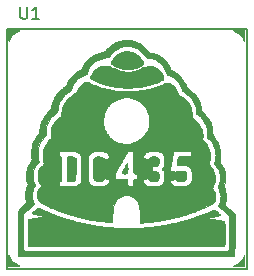
<source format=gbr>
G04 #@! TF.GenerationSoftware,KiCad,Pcbnew,(5.1.2-1)-1*
G04 #@! TF.CreationDate,2019-09-06T23:38:15-06:00*
G04 #@! TF.ProjectId,DC435,44433433-352e-46b6-9963-61645f706362,rev?*
G04 #@! TF.SameCoordinates,Original*
G04 #@! TF.FileFunction,Legend,Top*
G04 #@! TF.FilePolarity,Positive*
%FSLAX46Y46*%
G04 Gerber Fmt 4.6, Leading zero omitted, Abs format (unit mm)*
G04 Created by KiCad (PCBNEW (5.1.2-1)-1) date 2019-09-06 23:38:15*
%MOMM*%
%LPD*%
G04 APERTURE LIST*
%ADD10C,0.150000*%
%ADD11C,0.010000*%
G04 APERTURE END LIST*
D10*
X139776200Y-77647800D02*
X139776200Y-97967800D01*
X139776200Y-97967800D02*
X160096200Y-97967800D01*
X160096200Y-97967800D02*
X160096200Y-77647800D01*
X160096200Y-77647800D02*
X139776200Y-77647800D01*
D11*
G36*
X149951682Y-89059873D02*
G01*
X149963081Y-89088266D01*
X149972078Y-89147733D01*
X149978677Y-89231084D01*
X149982882Y-89331130D01*
X149984699Y-89440681D01*
X149984133Y-89552547D01*
X149981188Y-89659539D01*
X149975869Y-89754466D01*
X149968181Y-89830139D01*
X149958129Y-89879368D01*
X149951125Y-89893065D01*
X149926785Y-89907923D01*
X149884908Y-89917238D01*
X149818341Y-89921994D01*
X149732042Y-89923189D01*
X149637331Y-89921677D01*
X149573710Y-89916486D01*
X149534024Y-89906632D01*
X149512958Y-89893065D01*
X149493277Y-89870171D01*
X149486250Y-89846833D01*
X149493712Y-89814877D01*
X149517498Y-89766126D01*
X149557067Y-89696496D01*
X149594116Y-89630686D01*
X149642714Y-89541582D01*
X149697008Y-89440048D01*
X149751141Y-89336951D01*
X149760275Y-89319340D01*
X149807143Y-89229721D01*
X149848735Y-89151940D01*
X149881479Y-89092547D01*
X149901802Y-89058095D01*
X149905682Y-89052733D01*
X149932369Y-89048622D01*
X149951682Y-89059873D01*
X149951682Y-89059873D01*
G37*
X149951682Y-89059873D02*
X149963081Y-89088266D01*
X149972078Y-89147733D01*
X149978677Y-89231084D01*
X149982882Y-89331130D01*
X149984699Y-89440681D01*
X149984133Y-89552547D01*
X149981188Y-89659539D01*
X149975869Y-89754466D01*
X149968181Y-89830139D01*
X149958129Y-89879368D01*
X149951125Y-89893065D01*
X149926785Y-89907923D01*
X149884908Y-89917238D01*
X149818341Y-89921994D01*
X149732042Y-89923189D01*
X149637331Y-89921677D01*
X149573710Y-89916486D01*
X149534024Y-89906632D01*
X149512958Y-89893065D01*
X149493277Y-89870171D01*
X149486250Y-89846833D01*
X149493712Y-89814877D01*
X149517498Y-89766126D01*
X149557067Y-89696496D01*
X149594116Y-89630686D01*
X149642714Y-89541582D01*
X149697008Y-89440048D01*
X149751141Y-89336951D01*
X149760275Y-89319340D01*
X149807143Y-89229721D01*
X149848735Y-89151940D01*
X149881479Y-89092547D01*
X149901802Y-89058095D01*
X149905682Y-89052733D01*
X149932369Y-89048622D01*
X149951682Y-89059873D01*
G36*
X145232652Y-88474245D02*
G01*
X145364090Y-88499643D01*
X145470705Y-88544081D01*
X145533541Y-88591452D01*
X145581778Y-88639693D01*
X145581778Y-89519056D01*
X145581727Y-89725628D01*
X145581478Y-89897289D01*
X145580890Y-90037468D01*
X145579820Y-90149592D01*
X145578124Y-90237090D01*
X145575661Y-90303392D01*
X145572288Y-90351925D01*
X145567862Y-90386117D01*
X145562241Y-90409398D01*
X145555281Y-90425196D01*
X145546841Y-90436939D01*
X145543438Y-90440806D01*
X145493388Y-90487411D01*
X145436381Y-90520088D01*
X145364856Y-90540959D01*
X145271247Y-90552144D01*
X145147994Y-90555765D01*
X145133420Y-90555793D01*
X145030040Y-90554770D01*
X144958337Y-90551191D01*
X144911689Y-90544286D01*
X144883475Y-90533288D01*
X144873864Y-90525669D01*
X144867072Y-90515437D01*
X144861368Y-90497402D01*
X144856659Y-90468461D01*
X144852853Y-90425507D01*
X144849858Y-90365436D01*
X144847581Y-90285142D01*
X144845930Y-90181520D01*
X144844813Y-90051465D01*
X144844138Y-89891872D01*
X144843811Y-89699636D01*
X144843740Y-89512016D01*
X144843828Y-89291170D01*
X144844158Y-89105535D01*
X144844827Y-88951984D01*
X144845935Y-88827388D01*
X144847578Y-88728621D01*
X144849855Y-88652554D01*
X144852864Y-88596059D01*
X144856702Y-88556009D01*
X144861469Y-88529276D01*
X144867262Y-88512732D01*
X144874179Y-88503248D01*
X144875396Y-88502178D01*
X144914419Y-88486833D01*
X144987313Y-88475577D01*
X145081901Y-88469374D01*
X145232652Y-88474245D01*
X145232652Y-88474245D01*
G37*
X145232652Y-88474245D02*
X145364090Y-88499643D01*
X145470705Y-88544081D01*
X145533541Y-88591452D01*
X145581778Y-88639693D01*
X145581778Y-89519056D01*
X145581727Y-89725628D01*
X145581478Y-89897289D01*
X145580890Y-90037468D01*
X145579820Y-90149592D01*
X145578124Y-90237090D01*
X145575661Y-90303392D01*
X145572288Y-90351925D01*
X145567862Y-90386117D01*
X145562241Y-90409398D01*
X145555281Y-90425196D01*
X145546841Y-90436939D01*
X145543438Y-90440806D01*
X145493388Y-90487411D01*
X145436381Y-90520088D01*
X145364856Y-90540959D01*
X145271247Y-90552144D01*
X145147994Y-90555765D01*
X145133420Y-90555793D01*
X145030040Y-90554770D01*
X144958337Y-90551191D01*
X144911689Y-90544286D01*
X144883475Y-90533288D01*
X144873864Y-90525669D01*
X144867072Y-90515437D01*
X144861368Y-90497402D01*
X144856659Y-90468461D01*
X144852853Y-90425507D01*
X144849858Y-90365436D01*
X144847581Y-90285142D01*
X144845930Y-90181520D01*
X144844813Y-90051465D01*
X144844138Y-89891872D01*
X144843811Y-89699636D01*
X144843740Y-89512016D01*
X144843828Y-89291170D01*
X144844158Y-89105535D01*
X144844827Y-88951984D01*
X144845935Y-88827388D01*
X144847578Y-88728621D01*
X144849855Y-88652554D01*
X144852864Y-88596059D01*
X144856702Y-88556009D01*
X144861469Y-88529276D01*
X144867262Y-88512732D01*
X144874179Y-88503248D01*
X144875396Y-88502178D01*
X144914419Y-88486833D01*
X144987313Y-88475577D01*
X145081901Y-88469374D01*
X145232652Y-88474245D01*
G36*
X150056307Y-79584340D02*
G01*
X150151908Y-79588830D01*
X150229956Y-79595305D01*
X150281112Y-79603136D01*
X150287966Y-79605022D01*
X150408053Y-79646300D01*
X150507322Y-79687350D01*
X150602519Y-79735626D01*
X150675109Y-79777360D01*
X150817102Y-79873325D01*
X150947858Y-79987181D01*
X151072272Y-80124179D01*
X151195243Y-80289573D01*
X151291211Y-80438250D01*
X151318928Y-80509613D01*
X151312282Y-80579370D01*
X151270345Y-80649080D01*
X151192185Y-80720301D01*
X151079563Y-80793059D01*
X150904173Y-80884448D01*
X150733057Y-80953769D01*
X150556937Y-81003418D01*
X150366534Y-81035787D01*
X150152571Y-81053271D01*
X150057929Y-81056642D01*
X149942329Y-81058359D01*
X149831577Y-81057939D01*
X149735116Y-81055564D01*
X149662392Y-81051416D01*
X149636193Y-81048486D01*
X149554967Y-81033714D01*
X149463753Y-81013620D01*
X149416505Y-81001690D01*
X149352094Y-80985325D01*
X149301029Y-80974154D01*
X149278131Y-80970887D01*
X149251354Y-80963724D01*
X149197940Y-80944367D01*
X149126370Y-80916016D01*
X149066499Y-80891038D01*
X148909681Y-80818779D01*
X148780914Y-80747928D01*
X148682346Y-80680043D01*
X148616130Y-80616681D01*
X148584413Y-80559400D01*
X148581853Y-80540003D01*
X148593051Y-80486587D01*
X148623407Y-80412311D01*
X148668065Y-80326204D01*
X148722168Y-80237293D01*
X148780858Y-80154605D01*
X148805732Y-80123874D01*
X148964190Y-79965238D01*
X149153802Y-79824988D01*
X149370841Y-79705605D01*
X149542517Y-79633770D01*
X149603093Y-79612570D01*
X149656023Y-79598050D01*
X149710970Y-79589001D01*
X149777591Y-79584215D01*
X149865548Y-79582481D01*
X149952495Y-79582462D01*
X150056307Y-79584340D01*
X150056307Y-79584340D01*
G37*
X150056307Y-79584340D02*
X150151908Y-79588830D01*
X150229956Y-79595305D01*
X150281112Y-79603136D01*
X150287966Y-79605022D01*
X150408053Y-79646300D01*
X150507322Y-79687350D01*
X150602519Y-79735626D01*
X150675109Y-79777360D01*
X150817102Y-79873325D01*
X150947858Y-79987181D01*
X151072272Y-80124179D01*
X151195243Y-80289573D01*
X151291211Y-80438250D01*
X151318928Y-80509613D01*
X151312282Y-80579370D01*
X151270345Y-80649080D01*
X151192185Y-80720301D01*
X151079563Y-80793059D01*
X150904173Y-80884448D01*
X150733057Y-80953769D01*
X150556937Y-81003418D01*
X150366534Y-81035787D01*
X150152571Y-81053271D01*
X150057929Y-81056642D01*
X149942329Y-81058359D01*
X149831577Y-81057939D01*
X149735116Y-81055564D01*
X149662392Y-81051416D01*
X149636193Y-81048486D01*
X149554967Y-81033714D01*
X149463753Y-81013620D01*
X149416505Y-81001690D01*
X149352094Y-80985325D01*
X149301029Y-80974154D01*
X149278131Y-80970887D01*
X149251354Y-80963724D01*
X149197940Y-80944367D01*
X149126370Y-80916016D01*
X149066499Y-80891038D01*
X148909681Y-80818779D01*
X148780914Y-80747928D01*
X148682346Y-80680043D01*
X148616130Y-80616681D01*
X148584413Y-80559400D01*
X148581853Y-80540003D01*
X148593051Y-80486587D01*
X148623407Y-80412311D01*
X148668065Y-80326204D01*
X148722168Y-80237293D01*
X148780858Y-80154605D01*
X148805732Y-80123874D01*
X148964190Y-79965238D01*
X149153802Y-79824988D01*
X149370841Y-79705605D01*
X149542517Y-79633770D01*
X149603093Y-79612570D01*
X149656023Y-79598050D01*
X149710970Y-79589001D01*
X149777591Y-79584215D01*
X149865548Y-79582481D01*
X149952495Y-79582462D01*
X150056307Y-79584340D01*
G36*
X148016344Y-80789251D02*
G01*
X148118176Y-80790969D01*
X148209149Y-80796864D01*
X148295041Y-80808672D01*
X148381634Y-80828131D01*
X148474710Y-80856979D01*
X148580049Y-80896953D01*
X148703432Y-80949789D01*
X148850640Y-81017227D01*
X148982877Y-81079726D01*
X149161739Y-81160318D01*
X149318680Y-81220047D01*
X149462300Y-81261247D01*
X149601203Y-81286255D01*
X149743991Y-81297406D01*
X149788279Y-81298391D01*
X149880331Y-81301423D01*
X149976572Y-81307724D01*
X150048344Y-81315016D01*
X150163154Y-81317744D01*
X150303752Y-81300977D01*
X150463947Y-81266368D01*
X150637547Y-81215573D01*
X150818363Y-81150247D01*
X151000205Y-81072044D01*
X151054703Y-81045991D01*
X151293059Y-80939765D01*
X151510960Y-80864599D01*
X151708022Y-80820576D01*
X151883864Y-80807782D01*
X152038102Y-80826300D01*
X152042451Y-80827355D01*
X152248712Y-80895805D01*
X152441161Y-80994390D01*
X152613901Y-81119143D01*
X152761031Y-81266095D01*
X152830788Y-81357700D01*
X152922628Y-81506844D01*
X152984147Y-81642245D01*
X153017858Y-81769953D01*
X153024425Y-81823937D01*
X153027725Y-81876074D01*
X153024990Y-81916094D01*
X153011531Y-81948436D01*
X152982658Y-81977537D01*
X152933680Y-82007837D01*
X152859906Y-82043775D01*
X152756647Y-82089788D01*
X152732117Y-82100558D01*
X152639860Y-82141079D01*
X152555069Y-82178370D01*
X152486717Y-82208480D01*
X152443774Y-82227463D01*
X152441673Y-82228396D01*
X152396354Y-82246637D01*
X152366646Y-82255177D01*
X152365148Y-82255264D01*
X152341701Y-82260875D01*
X152289346Y-82276190D01*
X152215595Y-82298938D01*
X152127958Y-82326846D01*
X152118838Y-82329795D01*
X152000200Y-82366044D01*
X151865208Y-82403924D01*
X151733629Y-82438025D01*
X151658608Y-82455755D01*
X151557397Y-82478611D01*
X151458594Y-82501319D01*
X151374445Y-82521042D01*
X151323136Y-82533454D01*
X151259107Y-82546366D01*
X151170305Y-82560291D01*
X151070178Y-82573254D01*
X151001622Y-82580598D01*
X150903754Y-82590787D01*
X150810072Y-82601822D01*
X150733071Y-82612164D01*
X150694905Y-82618332D01*
X150636619Y-82625451D01*
X150546772Y-82631757D01*
X150432141Y-82637134D01*
X150299498Y-82641467D01*
X150155618Y-82644640D01*
X150007274Y-82646539D01*
X149861241Y-82647048D01*
X149724293Y-82646051D01*
X149603203Y-82643433D01*
X149504745Y-82639078D01*
X149498888Y-82638706D01*
X149394969Y-82630885D01*
X149294490Y-82621471D01*
X149209307Y-82611684D01*
X149153832Y-82603243D01*
X149078282Y-82590787D01*
X148986992Y-82578591D01*
X148917325Y-82571039D01*
X148840087Y-82561277D01*
X148740831Y-82545154D01*
X148634818Y-82525274D01*
X148572268Y-82512177D01*
X148463658Y-82488286D01*
X148372650Y-82467906D01*
X148293745Y-82449394D01*
X148221442Y-82431107D01*
X148150242Y-82411402D01*
X148074646Y-82388638D01*
X147989152Y-82361172D01*
X147888262Y-82327360D01*
X147766475Y-82285561D01*
X147618293Y-82234131D01*
X147479589Y-82185836D01*
X147423609Y-82164789D01*
X147379658Y-82145624D01*
X147372224Y-82141729D01*
X147344241Y-82126888D01*
X147289447Y-82098629D01*
X147215282Y-82060763D01*
X147129183Y-82017101D01*
X147112511Y-82008677D01*
X147002175Y-81951729D01*
X146922470Y-81906618D01*
X146869074Y-81869421D01*
X146837669Y-81836216D01*
X146823933Y-81803078D01*
X146823548Y-81766085D01*
X146826273Y-81748741D01*
X146870149Y-81605821D01*
X146946469Y-81458724D01*
X147050537Y-81312781D01*
X147177655Y-81173323D01*
X147323125Y-81045678D01*
X147482249Y-80935176D01*
X147600530Y-80870251D01*
X147767136Y-80788774D01*
X148016344Y-80789251D01*
X148016344Y-80789251D01*
G37*
X148016344Y-80789251D02*
X148118176Y-80790969D01*
X148209149Y-80796864D01*
X148295041Y-80808672D01*
X148381634Y-80828131D01*
X148474710Y-80856979D01*
X148580049Y-80896953D01*
X148703432Y-80949789D01*
X148850640Y-81017227D01*
X148982877Y-81079726D01*
X149161739Y-81160318D01*
X149318680Y-81220047D01*
X149462300Y-81261247D01*
X149601203Y-81286255D01*
X149743991Y-81297406D01*
X149788279Y-81298391D01*
X149880331Y-81301423D01*
X149976572Y-81307724D01*
X150048344Y-81315016D01*
X150163154Y-81317744D01*
X150303752Y-81300977D01*
X150463947Y-81266368D01*
X150637547Y-81215573D01*
X150818363Y-81150247D01*
X151000205Y-81072044D01*
X151054703Y-81045991D01*
X151293059Y-80939765D01*
X151510960Y-80864599D01*
X151708022Y-80820576D01*
X151883864Y-80807782D01*
X152038102Y-80826300D01*
X152042451Y-80827355D01*
X152248712Y-80895805D01*
X152441161Y-80994390D01*
X152613901Y-81119143D01*
X152761031Y-81266095D01*
X152830788Y-81357700D01*
X152922628Y-81506844D01*
X152984147Y-81642245D01*
X153017858Y-81769953D01*
X153024425Y-81823937D01*
X153027725Y-81876074D01*
X153024990Y-81916094D01*
X153011531Y-81948436D01*
X152982658Y-81977537D01*
X152933680Y-82007837D01*
X152859906Y-82043775D01*
X152756647Y-82089788D01*
X152732117Y-82100558D01*
X152639860Y-82141079D01*
X152555069Y-82178370D01*
X152486717Y-82208480D01*
X152443774Y-82227463D01*
X152441673Y-82228396D01*
X152396354Y-82246637D01*
X152366646Y-82255177D01*
X152365148Y-82255264D01*
X152341701Y-82260875D01*
X152289346Y-82276190D01*
X152215595Y-82298938D01*
X152127958Y-82326846D01*
X152118838Y-82329795D01*
X152000200Y-82366044D01*
X151865208Y-82403924D01*
X151733629Y-82438025D01*
X151658608Y-82455755D01*
X151557397Y-82478611D01*
X151458594Y-82501319D01*
X151374445Y-82521042D01*
X151323136Y-82533454D01*
X151259107Y-82546366D01*
X151170305Y-82560291D01*
X151070178Y-82573254D01*
X151001622Y-82580598D01*
X150903754Y-82590787D01*
X150810072Y-82601822D01*
X150733071Y-82612164D01*
X150694905Y-82618332D01*
X150636619Y-82625451D01*
X150546772Y-82631757D01*
X150432141Y-82637134D01*
X150299498Y-82641467D01*
X150155618Y-82644640D01*
X150007274Y-82646539D01*
X149861241Y-82647048D01*
X149724293Y-82646051D01*
X149603203Y-82643433D01*
X149504745Y-82639078D01*
X149498888Y-82638706D01*
X149394969Y-82630885D01*
X149294490Y-82621471D01*
X149209307Y-82611684D01*
X149153832Y-82603243D01*
X149078282Y-82590787D01*
X148986992Y-82578591D01*
X148917325Y-82571039D01*
X148840087Y-82561277D01*
X148740831Y-82545154D01*
X148634818Y-82525274D01*
X148572268Y-82512177D01*
X148463658Y-82488286D01*
X148372650Y-82467906D01*
X148293745Y-82449394D01*
X148221442Y-82431107D01*
X148150242Y-82411402D01*
X148074646Y-82388638D01*
X147989152Y-82361172D01*
X147888262Y-82327360D01*
X147766475Y-82285561D01*
X147618293Y-82234131D01*
X147479589Y-82185836D01*
X147423609Y-82164789D01*
X147379658Y-82145624D01*
X147372224Y-82141729D01*
X147344241Y-82126888D01*
X147289447Y-82098629D01*
X147215282Y-82060763D01*
X147129183Y-82017101D01*
X147112511Y-82008677D01*
X147002175Y-81951729D01*
X146922470Y-81906618D01*
X146869074Y-81869421D01*
X146837669Y-81836216D01*
X146823933Y-81803078D01*
X146823548Y-81766085D01*
X146826273Y-81748741D01*
X146870149Y-81605821D01*
X146946469Y-81458724D01*
X147050537Y-81312781D01*
X147177655Y-81173323D01*
X147323125Y-81045678D01*
X147482249Y-80935176D01*
X147600530Y-80870251D01*
X147767136Y-80788774D01*
X148016344Y-80789251D01*
G36*
X146511513Y-82151393D02*
G01*
X146561902Y-82154533D01*
X146610117Y-82164469D01*
X146664971Y-82184396D01*
X146735275Y-82217509D01*
X146828737Y-82266412D01*
X146922695Y-82316026D01*
X147003443Y-82356484D01*
X147080849Y-82392110D01*
X147164780Y-82427229D01*
X147265104Y-82466166D01*
X147391686Y-82513244D01*
X147393325Y-82513846D01*
X147475970Y-82544423D01*
X147557394Y-82574857D01*
X147620678Y-82598823D01*
X147623362Y-82599853D01*
X147682368Y-82619818D01*
X147764014Y-82643986D01*
X147853558Y-82668064D01*
X147882155Y-82675216D01*
X147972673Y-82697756D01*
X148061819Y-82720605D01*
X148134043Y-82739759D01*
X148150532Y-82744312D01*
X148214378Y-82759624D01*
X148313175Y-82779758D01*
X148443914Y-82804168D01*
X148603584Y-82832311D01*
X148789175Y-82863642D01*
X148997677Y-82897618D01*
X149003589Y-82898565D01*
X149096913Y-82910037D01*
X149220353Y-82919984D01*
X149367690Y-82928331D01*
X149532704Y-82935005D01*
X149709173Y-82939931D01*
X149890878Y-82943036D01*
X150071598Y-82944244D01*
X150245113Y-82943482D01*
X150405202Y-82940676D01*
X150545646Y-82935750D01*
X150660223Y-82928632D01*
X150742310Y-82919313D01*
X150852382Y-82902821D01*
X150977794Y-82886223D01*
X151095673Y-82872499D01*
X151123268Y-82869670D01*
X151226347Y-82857653D01*
X151334678Y-82842018D01*
X151429966Y-82825497D01*
X151458739Y-82819600D01*
X151545680Y-82800757D01*
X151651015Y-82778089D01*
X151755632Y-82755707D01*
X151783212Y-82749834D01*
X151872206Y-82728873D01*
X151983984Y-82699544D01*
X152104942Y-82665561D01*
X152221479Y-82630639D01*
X152233702Y-82626819D01*
X152329824Y-82597005D01*
X152413218Y-82571843D01*
X152476927Y-82553378D01*
X152513995Y-82543656D01*
X152519951Y-82542672D01*
X152542209Y-82535274D01*
X152593876Y-82514559D01*
X152669367Y-82482876D01*
X152763098Y-82442574D01*
X152869486Y-82396005D01*
X152889570Y-82387129D01*
X153010982Y-82333749D01*
X153103433Y-82294364D01*
X153172841Y-82267054D01*
X153225122Y-82249895D01*
X153266195Y-82240965D01*
X153301977Y-82238342D01*
X153338385Y-82240103D01*
X153341358Y-82240362D01*
X153483658Y-82271415D01*
X153625144Y-82336711D01*
X153761988Y-82432273D01*
X153890362Y-82554126D01*
X154006437Y-82698291D01*
X154106385Y-82860791D01*
X154186377Y-83037651D01*
X154226166Y-83159535D01*
X154250062Y-83229791D01*
X154279016Y-83275049D01*
X154320780Y-83308102D01*
X154370390Y-83334026D01*
X154411017Y-83347434D01*
X154416884Y-83347944D01*
X154450481Y-83356327D01*
X154504163Y-83377970D01*
X154548810Y-83399392D01*
X154760562Y-83528581D01*
X154945373Y-83683994D01*
X155101940Y-83863348D01*
X155228960Y-84064359D01*
X155325128Y-84284745D01*
X155389141Y-84522221D01*
X155419696Y-84774506D01*
X155421538Y-84928047D01*
X155415891Y-85137509D01*
X155530842Y-85215594D01*
X155712196Y-85360109D01*
X155879163Y-85535159D01*
X156027389Y-85734275D01*
X156152516Y-85950989D01*
X156250189Y-86178831D01*
X156306163Y-86366995D01*
X156333724Y-86517846D01*
X156344147Y-86660657D01*
X156337243Y-86786388D01*
X156316872Y-86875189D01*
X156293773Y-86953130D01*
X156291892Y-87009370D01*
X156314144Y-87055892D01*
X156363443Y-87104684D01*
X156375005Y-87114297D01*
X156498391Y-87233479D01*
X156616488Y-87381504D01*
X156723162Y-87548885D01*
X156812283Y-87726135D01*
X156870960Y-87881604D01*
X156908939Y-88036168D01*
X156933793Y-88210111D01*
X156945432Y-88393398D01*
X156943765Y-88575997D01*
X156928704Y-88747873D01*
X156900157Y-88898994D01*
X156880660Y-88964034D01*
X156860428Y-89028028D01*
X156847129Y-89081806D01*
X156844042Y-89105245D01*
X156856497Y-89135568D01*
X156889613Y-89184053D01*
X156937012Y-89241683D01*
X156952936Y-89259268D01*
X157107841Y-89452329D01*
X157230159Y-89660453D01*
X157318447Y-89880068D01*
X157371263Y-90107601D01*
X157387212Y-90335340D01*
X157378996Y-90480018D01*
X157355602Y-90616866D01*
X157314303Y-90755321D01*
X157252377Y-90904819D01*
X157181668Y-91047278D01*
X157165713Y-91083753D01*
X157161948Y-91117773D01*
X157172685Y-91157834D01*
X157200236Y-91212430D01*
X157246912Y-91290055D01*
X157248410Y-91292471D01*
X157287576Y-91362753D01*
X157329026Y-91448099D01*
X157356809Y-91512923D01*
X157378440Y-91572052D01*
X157392899Y-91626337D01*
X157401660Y-91686281D01*
X157406196Y-91762388D01*
X157407978Y-91865162D01*
X157408069Y-91878510D01*
X157408152Y-91980350D01*
X157405981Y-92053281D01*
X157400144Y-92106725D01*
X157389230Y-92150103D01*
X157371826Y-92192836D01*
X157356100Y-92225261D01*
X157307269Y-92311770D01*
X157251624Y-92384115D01*
X157182543Y-92447934D01*
X157093398Y-92508863D01*
X156977565Y-92572542D01*
X156906859Y-92607516D01*
X156685628Y-92712759D01*
X156488567Y-92803169D01*
X156306476Y-92882782D01*
X156130151Y-92955633D01*
X155971815Y-93017596D01*
X155894975Y-93047085D01*
X155822625Y-93075064D01*
X155770532Y-93095433D01*
X155620319Y-93153777D01*
X155485210Y-93203436D01*
X155347256Y-93250810D01*
X155205023Y-93297039D01*
X155107876Y-93328491D01*
X155019231Y-93358044D01*
X154947928Y-93382691D01*
X154902812Y-93399427D01*
X154898229Y-93401335D01*
X154836688Y-93423309D01*
X154773625Y-93440047D01*
X154720521Y-93452398D01*
X154646916Y-93471160D01*
X154572419Y-93491263D01*
X154423499Y-93532441D01*
X154302418Y-93565315D01*
X154200190Y-93592243D01*
X154107826Y-93615585D01*
X154016339Y-93637699D01*
X153997325Y-93642190D01*
X153897447Y-93665914D01*
X153790059Y-93691760D01*
X153695660Y-93714790D01*
X153681023Y-93718405D01*
X153593019Y-93738436D01*
X153502533Y-93756229D01*
X153431815Y-93767549D01*
X153363590Y-93778328D01*
X153304750Y-93791046D01*
X153281448Y-93798083D01*
X153235543Y-93810678D01*
X153153782Y-93827586D01*
X153038359Y-93848411D01*
X152891468Y-93872761D01*
X152715303Y-93900239D01*
X152703362Y-93902053D01*
X152593842Y-93918769D01*
X152470284Y-93937790D01*
X152356525Y-93955445D01*
X152339136Y-93958162D01*
X152234396Y-93973248D01*
X152112464Y-93988856D01*
X151994359Y-94002348D01*
X151955740Y-94006285D01*
X151857072Y-94016637D01*
X151758946Y-94028161D01*
X151676221Y-94039063D01*
X151643508Y-94044006D01*
X151578875Y-94052397D01*
X151488694Y-94061285D01*
X151385719Y-94069518D01*
X151298125Y-94075119D01*
X151198556Y-94080128D01*
X151130141Y-94081716D01*
X151085804Y-94079309D01*
X151058464Y-94072330D01*
X151041045Y-94060207D01*
X151035262Y-94053780D01*
X151026148Y-94037122D01*
X151019323Y-94009073D01*
X151014572Y-93965055D01*
X151011675Y-93900489D01*
X151010417Y-93810796D01*
X151010581Y-93691399D01*
X151011734Y-93557605D01*
X151012001Y-93299927D01*
X151006431Y-93076483D01*
X150994251Y-92883506D01*
X150974688Y-92717226D01*
X150946971Y-92573874D01*
X150910326Y-92449682D01*
X150863982Y-92340881D01*
X150807166Y-92243702D01*
X150739105Y-92154376D01*
X150719576Y-92132087D01*
X150583134Y-92007123D01*
X150423395Y-91905995D01*
X150247091Y-91830448D01*
X150060956Y-91782222D01*
X149871723Y-91763059D01*
X149686126Y-91774702D01*
X149510898Y-91818893D01*
X149510093Y-91819186D01*
X149336507Y-91892481D01*
X149190731Y-91977448D01*
X149069706Y-92078106D01*
X148970370Y-92198473D01*
X148889665Y-92342565D01*
X148824530Y-92514402D01*
X148771906Y-92718001D01*
X148752895Y-92813427D01*
X148739199Y-92892360D01*
X148728872Y-92966333D01*
X148721493Y-93042642D01*
X148716644Y-93128580D01*
X148713902Y-93231443D01*
X148712849Y-93358525D01*
X148713018Y-93505603D01*
X148712747Y-93671838D01*
X148710629Y-93807542D01*
X148706736Y-93910751D01*
X148701143Y-93979506D01*
X148694211Y-94011330D01*
X148678718Y-94032239D01*
X148654394Y-94041890D01*
X148610828Y-94042229D01*
X148555868Y-94037183D01*
X148489842Y-94030673D01*
X148397916Y-94022311D01*
X148292417Y-94013188D01*
X148188872Y-94004654D01*
X148086532Y-93995551D01*
X147990284Y-93985382D01*
X147910717Y-93975368D01*
X147858419Y-93966726D01*
X147857145Y-93966449D01*
X147801764Y-93956578D01*
X147721365Y-93945163D01*
X147629125Y-93933992D01*
X147579183Y-93928706D01*
X147475597Y-93916862D01*
X147366703Y-93901978D01*
X147270643Y-93886611D01*
X147239966Y-93880919D01*
X147147212Y-93863253D01*
X147039158Y-93843516D01*
X146938343Y-93825819D01*
X146933249Y-93824951D01*
X146585201Y-93761615D01*
X146235971Y-93690094D01*
X145895637Y-93612671D01*
X145574277Y-93531630D01*
X145303815Y-93455771D01*
X145211679Y-93428443D01*
X145116665Y-93400286D01*
X145036978Y-93376694D01*
X145025853Y-93373404D01*
X144912506Y-93338548D01*
X144780560Y-93295803D01*
X144638160Y-93248012D01*
X144493449Y-93198020D01*
X144354571Y-93148669D01*
X144229668Y-93102805D01*
X144126886Y-93063271D01*
X144067362Y-93038681D01*
X144017611Y-93017561D01*
X143943453Y-92986737D01*
X143856046Y-92950824D01*
X143789400Y-92923687D01*
X143658256Y-92869366D01*
X143517327Y-92809016D01*
X143375013Y-92746401D01*
X143239714Y-92685284D01*
X143119828Y-92629430D01*
X143023755Y-92582601D01*
X142993853Y-92567229D01*
X142914686Y-92525881D01*
X142822756Y-92478256D01*
X142747489Y-92439548D01*
X142615791Y-92362752D01*
X142514717Y-92279559D01*
X142436658Y-92181165D01*
X142374007Y-92058767D01*
X142339884Y-91967905D01*
X142300494Y-91793687D01*
X142298141Y-91615647D01*
X142332901Y-91440141D01*
X142333691Y-91437604D01*
X142357307Y-91366381D01*
X142380728Y-91310426D01*
X142409958Y-91260099D01*
X142450999Y-91205760D01*
X142509856Y-91137768D01*
X142544054Y-91099818D01*
X142608133Y-91024435D01*
X142644578Y-90965429D01*
X142654771Y-90914119D01*
X142640098Y-90861824D01*
X142601941Y-90799864D01*
X142593694Y-90788399D01*
X142492419Y-90626228D01*
X142422940Y-90458500D01*
X142382786Y-90277272D01*
X142369487Y-90074600D01*
X142369477Y-90067349D01*
X142376268Y-89908364D01*
X142398725Y-89769922D01*
X142440269Y-89644311D01*
X142504316Y-89523818D01*
X142594286Y-89400732D01*
X142713596Y-89267341D01*
X142732970Y-89247267D01*
X142796685Y-89181723D01*
X142850184Y-89126643D01*
X142888074Y-89087583D01*
X142904960Y-89070098D01*
X142905196Y-89069848D01*
X142903256Y-89049027D01*
X142889723Y-89006215D01*
X142883010Y-88988715D01*
X142869229Y-88941328D01*
X142853224Y-88866050D01*
X142836950Y-88773101D01*
X142822362Y-88672703D01*
X142821924Y-88669321D01*
X142808981Y-88563085D01*
X142801653Y-88479973D01*
X142799914Y-88406636D01*
X142803739Y-88329724D01*
X142813046Y-88236460D01*
X144211136Y-88236460D01*
X144211136Y-88446812D01*
X144283023Y-88480658D01*
X144354910Y-88514503D01*
X144360219Y-89482431D01*
X144361070Y-89672638D01*
X144361500Y-89852041D01*
X144361527Y-90016825D01*
X144361168Y-90163175D01*
X144360439Y-90287277D01*
X144359357Y-90385316D01*
X144357940Y-90453478D01*
X144356203Y-90487948D01*
X144355783Y-90490615D01*
X144328447Y-90527597D01*
X144283379Y-90548803D01*
X144220721Y-90566734D01*
X144215219Y-90766043D01*
X144213813Y-90851609D01*
X144214390Y-90924061D01*
X144216778Y-90974049D01*
X144219410Y-90990610D01*
X144229218Y-90997821D01*
X144254801Y-91003592D01*
X144299583Y-91008060D01*
X144366987Y-91011362D01*
X144460437Y-91013633D01*
X144583356Y-91015012D01*
X144739167Y-91015633D01*
X144847931Y-91015701D01*
X145019310Y-91015545D01*
X145157110Y-91014995D01*
X145266088Y-91013773D01*
X145351006Y-91011600D01*
X145416622Y-91008199D01*
X145467696Y-91003292D01*
X145508988Y-90996600D01*
X145545255Y-90987847D01*
X145581259Y-90976752D01*
X145595338Y-90972042D01*
X145742016Y-90907018D01*
X145865879Y-90820662D01*
X145962786Y-90717035D01*
X146028593Y-90600200D01*
X146051571Y-90524761D01*
X146052790Y-90514303D01*
X146626532Y-90514303D01*
X146677638Y-90616520D01*
X146713246Y-90674462D01*
X146763828Y-90740241D01*
X146822444Y-90806632D01*
X146882155Y-90866412D01*
X146936020Y-90912360D01*
X146977100Y-90937251D01*
X146988149Y-90939692D01*
X147024262Y-90947884D01*
X147076963Y-90967796D01*
X147096193Y-90976479D01*
X147129333Y-90989895D01*
X147167892Y-90999680D01*
X147218375Y-91006423D01*
X147287289Y-91010712D01*
X147381140Y-91013133D01*
X147506435Y-91014276D01*
X147514953Y-91014316D01*
X147644294Y-91014341D01*
X147743087Y-91012652D01*
X147819112Y-91008612D01*
X147880144Y-91001579D01*
X147933962Y-90990916D01*
X147988342Y-90975982D01*
X147990997Y-90975178D01*
X148134068Y-90916193D01*
X148254107Y-90830928D01*
X148354970Y-90719510D01*
X148404120Y-90642873D01*
X148438886Y-90565526D01*
X148456472Y-90496378D01*
X148454081Y-90444340D01*
X148446075Y-90429274D01*
X148411652Y-90409534D01*
X148368159Y-90402434D01*
X148319328Y-90396047D01*
X148252298Y-90379590D01*
X148203435Y-90364095D01*
X148107282Y-90335056D01*
X148039849Y-90326546D01*
X147997424Y-90338644D01*
X147977028Y-90368887D01*
X147938243Y-90439531D01*
X147866643Y-90499066D01*
X147830202Y-90519493D01*
X147788871Y-90536522D01*
X147739005Y-90547466D01*
X147671554Y-90553474D01*
X147577474Y-90555693D01*
X147544339Y-90555793D01*
X147447203Y-90554968D01*
X147378899Y-90551502D01*
X147329934Y-90543903D01*
X147290818Y-90530683D01*
X147252058Y-90510350D01*
X147251029Y-90509748D01*
X147189610Y-90461596D01*
X147137792Y-90400750D01*
X147129534Y-90387326D01*
X147119027Y-90367891D01*
X147110392Y-90348019D01*
X147103444Y-90323955D01*
X147098002Y-90291947D01*
X147093880Y-90248240D01*
X147090895Y-90189081D01*
X147088864Y-90110716D01*
X147087604Y-90009391D01*
X147086934Y-89882082D01*
X148926910Y-89882082D01*
X148926910Y-90121037D01*
X148927625Y-90223068D01*
X148930268Y-90292961D01*
X148935589Y-90336898D01*
X148944335Y-90361062D01*
X148957232Y-90371628D01*
X148984098Y-90374812D01*
X149043769Y-90377662D01*
X149130708Y-90380056D01*
X149239382Y-90381868D01*
X149364256Y-90382973D01*
X149472766Y-90383264D01*
X149623420Y-90383508D01*
X149740098Y-90384418D01*
X149827164Y-90386258D01*
X149888978Y-90389297D01*
X149929905Y-90393800D01*
X149954306Y-90400032D01*
X149966543Y-90408262D01*
X149969613Y-90413587D01*
X149973809Y-90442999D01*
X149977333Y-90502907D01*
X149979883Y-90585473D01*
X149981159Y-90682854D01*
X149981249Y-90717109D01*
X149982102Y-90815811D01*
X149984443Y-90900489D01*
X149987951Y-90963913D01*
X149992301Y-90998856D01*
X149994029Y-91003088D01*
X150020280Y-91010618D01*
X150074498Y-91015169D01*
X150147157Y-91016959D01*
X150228732Y-91016206D01*
X150309698Y-91013131D01*
X150380530Y-91007950D01*
X150431701Y-91000883D01*
X150453476Y-90992545D01*
X150458400Y-90965627D01*
X150461807Y-90908186D01*
X150463447Y-90828019D01*
X150463068Y-90732924D01*
X150462632Y-90707928D01*
X150461160Y-90589476D01*
X150464001Y-90503973D01*
X150473791Y-90446064D01*
X150493168Y-90410396D01*
X150524766Y-90391613D01*
X150571221Y-90384361D01*
X150622460Y-90383264D01*
X150695018Y-90377753D01*
X150739877Y-90362327D01*
X150746387Y-90356503D01*
X150757731Y-90320800D01*
X150763443Y-90248837D01*
X150763397Y-90142293D01*
X150763112Y-90131258D01*
X150757627Y-89932774D01*
X150647897Y-89923001D01*
X150607918Y-89920142D01*
X150574409Y-89917204D01*
X150546789Y-89911040D01*
X150524476Y-89898506D01*
X150506886Y-89876458D01*
X150493437Y-89841751D01*
X150483548Y-89791241D01*
X150476635Y-89721783D01*
X150472117Y-89630233D01*
X150469412Y-89513446D01*
X150467936Y-89368277D01*
X150467108Y-89191582D01*
X150466346Y-88980217D01*
X150466186Y-88941734D01*
X150465045Y-88723528D01*
X150463947Y-88584079D01*
X151250577Y-88584079D01*
X151272718Y-88600660D01*
X151322278Y-88618408D01*
X151382182Y-88632285D01*
X151466057Y-88650427D01*
X151551518Y-88673178D01*
X151599583Y-88688537D01*
X151693918Y-88722194D01*
X151772112Y-88634319D01*
X151836503Y-88568285D01*
X151897644Y-88523480D01*
X151965569Y-88496007D01*
X152050312Y-88481969D01*
X152161905Y-88477471D01*
X152176193Y-88477392D01*
X152274455Y-88478718D01*
X152345854Y-88484550D01*
X152401762Y-88496539D01*
X152453548Y-88516333D01*
X152457712Y-88518238D01*
X152520837Y-88551727D01*
X152564976Y-88589032D01*
X152593391Y-88637510D01*
X152609343Y-88704515D01*
X152616096Y-88797402D01*
X152617098Y-88877591D01*
X152615831Y-88991024D01*
X152610774Y-89073535D01*
X152600046Y-89132496D01*
X152581764Y-89175278D01*
X152554045Y-89209250D01*
X152526322Y-89233076D01*
X152494187Y-89255198D01*
X152458829Y-89270097D01*
X152411028Y-89279788D01*
X152341565Y-89286286D01*
X152263260Y-89290585D01*
X152061174Y-89300170D01*
X152055689Y-89498654D01*
X152055128Y-89608176D01*
X152060335Y-89683267D01*
X152071186Y-89722246D01*
X152072413Y-89723900D01*
X152098080Y-89738177D01*
X152149743Y-89746783D01*
X152232592Y-89750427D01*
X152268566Y-89750661D01*
X152354508Y-89751756D01*
X152413195Y-89756557D01*
X152455681Y-89767334D01*
X152493024Y-89786357D01*
X152515776Y-89801435D01*
X152555163Y-89832125D01*
X152582867Y-89865378D01*
X152600900Y-89908385D01*
X152611275Y-89968341D01*
X152616003Y-90052440D01*
X152617098Y-90163675D01*
X152614759Y-90277137D01*
X152605731Y-90359883D01*
X152586993Y-90419360D01*
X152555529Y-90463015D01*
X152508320Y-90498295D01*
X152473808Y-90517206D01*
X152433236Y-90534653D01*
X152387246Y-90546054D01*
X152326763Y-90552578D01*
X152242711Y-90555395D01*
X152174427Y-90555793D01*
X152059391Y-90553761D01*
X151973856Y-90545490D01*
X151909098Y-90527712D01*
X151856391Y-90497162D01*
X151807013Y-90450574D01*
X151767016Y-90403267D01*
X151714325Y-90349104D01*
X151664676Y-90328295D01*
X151607825Y-90338231D01*
X151573404Y-90353961D01*
X151518458Y-90374831D01*
X151450901Y-90391075D01*
X151435375Y-90393508D01*
X151343350Y-90408156D01*
X151285842Y-90426153D01*
X151259128Y-90453620D01*
X151259485Y-90496676D01*
X151283190Y-90561442D01*
X151304721Y-90608302D01*
X151376176Y-90729280D01*
X151464804Y-90831328D01*
X151563731Y-90907764D01*
X151654853Y-90948829D01*
X151716662Y-90968809D01*
X151765895Y-90987917D01*
X151783212Y-90996694D01*
X151810936Y-91002648D01*
X151870481Y-91007832D01*
X151955334Y-91011928D01*
X152058978Y-91014616D01*
X152168586Y-91015575D01*
X152296588Y-91015338D01*
X152393500Y-91013928D01*
X152466568Y-91010651D01*
X152523040Y-91004813D01*
X152570162Y-90995723D01*
X152615181Y-90982687D01*
X152653940Y-90969174D01*
X152799061Y-90899261D01*
X152919517Y-90805430D01*
X153011779Y-90691487D01*
X153072319Y-90561240D01*
X153087759Y-90500972D01*
X153096630Y-90430639D01*
X153102310Y-90330657D01*
X153104473Y-90209610D01*
X153103221Y-90092953D01*
X153100211Y-89979447D01*
X153096569Y-89896777D01*
X153091144Y-89837443D01*
X153082782Y-89793946D01*
X153070331Y-89758784D01*
X153052638Y-89724459D01*
X153044403Y-89710248D01*
X153004912Y-89652692D01*
X152976490Y-89620863D01*
X153575442Y-89620863D01*
X153590960Y-89657349D01*
X153626312Y-89672737D01*
X153646291Y-89673981D01*
X153692819Y-89683061D01*
X153725415Y-89696658D01*
X153765591Y-89713449D01*
X153828422Y-89734542D01*
X153890835Y-89752727D01*
X153982615Y-89770968D01*
X154051126Y-89766949D01*
X154105513Y-89738880D01*
X154140049Y-89704000D01*
X154155778Y-89692249D01*
X154184152Y-89683919D01*
X154230912Y-89678475D01*
X154301800Y-89675382D01*
X154402556Y-89674106D01*
X154462277Y-89673981D01*
X154577598Y-89674434D01*
X154661563Y-89676309D01*
X154721152Y-89680375D01*
X154763345Y-89687407D01*
X154795119Y-89698175D01*
X154823454Y-89713452D01*
X154824399Y-89714034D01*
X154871547Y-89749006D01*
X154904672Y-89783855D01*
X154908133Y-89789453D01*
X154915675Y-89823086D01*
X154921244Y-89886294D01*
X154924848Y-89970360D01*
X154926495Y-90066572D01*
X154926193Y-90166214D01*
X154923950Y-90260571D01*
X154919775Y-90340931D01*
X154913676Y-90398578D01*
X154907538Y-90422263D01*
X154879887Y-90453263D01*
X154832020Y-90490302D01*
X154805212Y-90507267D01*
X154766210Y-90528298D01*
X154728638Y-90542213D01*
X154683296Y-90550460D01*
X154620984Y-90554486D01*
X154532501Y-90555740D01*
X154496953Y-90555793D01*
X154375054Y-90553365D01*
X154283441Y-90544674D01*
X154214286Y-90527611D01*
X154159759Y-90500065D01*
X154112033Y-90459928D01*
X154101744Y-90449279D01*
X154044215Y-90414173D01*
X153965987Y-90402471D01*
X153876945Y-90414454D01*
X153805627Y-90440774D01*
X153742801Y-90464563D01*
X153681991Y-90477642D01*
X153668993Y-90478463D01*
X153612364Y-90486091D01*
X153584953Y-90510080D01*
X153585479Y-90554418D01*
X153612662Y-90623096D01*
X153618681Y-90635196D01*
X153654293Y-90700914D01*
X153690059Y-90759739D01*
X153709882Y-90787960D01*
X153773262Y-90848874D01*
X153858262Y-90905503D01*
X153948629Y-90947610D01*
X153978155Y-90956925D01*
X154034165Y-90974590D01*
X154077076Y-90992620D01*
X154083589Y-90996400D01*
X154111736Y-91002626D01*
X154172070Y-91007963D01*
X154258444Y-91012104D01*
X154364709Y-91014741D01*
X154468055Y-91015575D01*
X154598277Y-91015220D01*
X154697435Y-91013496D01*
X154772799Y-91009777D01*
X154831635Y-91003436D01*
X154881215Y-90993848D01*
X154928805Y-90980387D01*
X154947301Y-90974321D01*
X155103914Y-90905804D01*
X155228920Y-90815935D01*
X155322991Y-90704051D01*
X155386796Y-90569489D01*
X155399301Y-90527763D01*
X155410272Y-90463213D01*
X155418177Y-90369550D01*
X155423023Y-90255880D01*
X155424817Y-90131305D01*
X155423567Y-90004931D01*
X155419281Y-89885861D01*
X155411964Y-89783200D01*
X155401625Y-89706051D01*
X155398635Y-89692091D01*
X155374326Y-89614872D01*
X155341269Y-89538696D01*
X155323819Y-89507436D01*
X155289282Y-89461935D01*
X155241255Y-89409758D01*
X155188339Y-89358943D01*
X155139136Y-89317527D01*
X155102245Y-89293547D01*
X155091770Y-89290585D01*
X155068092Y-89282981D01*
X155022176Y-89263521D01*
X154988311Y-89247908D01*
X154953478Y-89232794D01*
X154917557Y-89221571D01*
X154874058Y-89213563D01*
X154816487Y-89208095D01*
X154738355Y-89204491D01*
X154633168Y-89202075D01*
X154534315Y-89200658D01*
X154405201Y-89198647D01*
X154309180Y-89195990D01*
X154241009Y-89192191D01*
X154195441Y-89186755D01*
X154167232Y-89179187D01*
X154151136Y-89168993D01*
X154146937Y-89164100D01*
X154133553Y-89131874D01*
X154141641Y-89089844D01*
X154148493Y-89072369D01*
X154163878Y-89021007D01*
X154178250Y-88948968D01*
X154186601Y-88888019D01*
X154203811Y-88752468D01*
X154223849Y-88650091D01*
X154248083Y-88575746D01*
X154277884Y-88524296D01*
X154286175Y-88514613D01*
X154333398Y-88463659D01*
X154842036Y-88467866D01*
X155003469Y-88468483D01*
X155139091Y-88467518D01*
X155246087Y-88465048D01*
X155321645Y-88461153D01*
X155362951Y-88455911D01*
X155369585Y-88453162D01*
X155377207Y-88426484D01*
X155382122Y-88369227D01*
X155383877Y-88289083D01*
X155383024Y-88225022D01*
X155377551Y-88015793D01*
X154668268Y-88010452D01*
X154505519Y-88009502D01*
X154353670Y-88009146D01*
X154217278Y-88009352D01*
X154100899Y-88010092D01*
X154009091Y-88011336D01*
X153946409Y-88013056D01*
X153917412Y-88015222D01*
X153917194Y-88015273D01*
X153860740Y-88041215D01*
X153827934Y-88089157D01*
X153815249Y-88164940D01*
X153814812Y-88184898D01*
X153809954Y-88259395D01*
X153797832Y-88347921D01*
X153785969Y-88408774D01*
X153771311Y-88481375D01*
X153754526Y-88577521D01*
X153738057Y-88682691D01*
X153728387Y-88751181D01*
X153714994Y-88841832D01*
X153700961Y-88921095D01*
X153688086Y-88979622D01*
X153679353Y-89006158D01*
X153668113Y-89043379D01*
X153657596Y-89105606D01*
X153650036Y-89179534D01*
X153649910Y-89181335D01*
X153639267Y-89273020D01*
X153620795Y-89377597D01*
X153599925Y-89466808D01*
X153578762Y-89558832D01*
X153575442Y-89620863D01*
X152976490Y-89620863D01*
X152962785Y-89605516D01*
X152943771Y-89589995D01*
X152907272Y-89556707D01*
X152899186Y-89519104D01*
X152920560Y-89471596D01*
X152972442Y-89408594D01*
X152979119Y-89401469D01*
X153029436Y-89342881D01*
X153059498Y-89289353D01*
X153078365Y-89222694D01*
X153084553Y-89189738D01*
X153096219Y-89093233D01*
X153103102Y-88973614D01*
X153105182Y-88843691D01*
X153102436Y-88716272D01*
X153094845Y-88604167D01*
X153085640Y-88536101D01*
X153046218Y-88411281D01*
X152979278Y-88296122D01*
X152891171Y-88197468D01*
X152788249Y-88122165D01*
X152676861Y-88077055D01*
X152655438Y-88072494D01*
X152590991Y-88056496D01*
X152533390Y-88035475D01*
X152526994Y-88032400D01*
X152487335Y-88020380D01*
X152421367Y-88012290D01*
X152325058Y-88007811D01*
X152201107Y-88006610D01*
X151995022Y-88014481D01*
X151820537Y-88038716D01*
X151673737Y-88081234D01*
X151550708Y-88143953D01*
X151447535Y-88228790D01*
X151360305Y-88337663D01*
X151296000Y-88450074D01*
X151269010Y-88510670D01*
X151252790Y-88559853D01*
X151250577Y-88584079D01*
X150463947Y-88584079D01*
X150463606Y-88540867D01*
X150461782Y-88390958D01*
X150459486Y-88271008D01*
X150456629Y-88178223D01*
X150453125Y-88109810D01*
X150448887Y-88062975D01*
X150443826Y-88034924D01*
X150437856Y-88022865D01*
X150437431Y-88022565D01*
X150408866Y-88016051D01*
X150351109Y-88010788D01*
X150273301Y-88007412D01*
X150206735Y-88006501D01*
X150000900Y-88006208D01*
X149949323Y-88087679D01*
X149910335Y-88152392D01*
X149866512Y-88229623D01*
X149842206Y-88274585D01*
X149808080Y-88335969D01*
X149776780Y-88386583D01*
X149759353Y-88410283D01*
X149736720Y-88447878D01*
X149732042Y-88468861D01*
X149721275Y-88501284D01*
X149694421Y-88547502D01*
X149684117Y-88562132D01*
X149654205Y-88606798D01*
X149637474Y-88639784D01*
X149636193Y-88645819D01*
X149624624Y-88674181D01*
X149609264Y-88694812D01*
X149586616Y-88726941D01*
X149553977Y-88781055D01*
X149521302Y-88840095D01*
X149482317Y-88912325D01*
X149443499Y-88982269D01*
X149418834Y-89025223D01*
X149378353Y-89094533D01*
X149326680Y-89184127D01*
X149271355Y-89280834D01*
X149219915Y-89371485D01*
X149184645Y-89434359D01*
X149157050Y-89483268D01*
X149116366Y-89554487D01*
X149068794Y-89637193D01*
X149034462Y-89696560D01*
X148926910Y-89882082D01*
X147086934Y-89882082D01*
X147086930Y-89881351D01*
X147086659Y-89722844D01*
X147086608Y-89530116D01*
X147086608Y-88707967D01*
X147138148Y-88633595D01*
X147193415Y-88568280D01*
X147258447Y-88522986D01*
X147340716Y-88494799D01*
X147447690Y-88480804D01*
X147537098Y-88477914D01*
X147673181Y-88483081D01*
X147778878Y-88502181D01*
X147860359Y-88537581D01*
X147923791Y-88591648D01*
X147959575Y-88639986D01*
X148010080Y-88719990D01*
X148107266Y-88707097D01*
X148176192Y-88693827D01*
X148238034Y-88675193D01*
X148258012Y-88666508D01*
X148309822Y-88646346D01*
X148352124Y-88638812D01*
X148403302Y-88629604D01*
X148430429Y-88618606D01*
X148454921Y-88597714D01*
X148460509Y-88563493D01*
X148455845Y-88527550D01*
X148436682Y-88462343D01*
X148406136Y-88396570D01*
X148401977Y-88389604D01*
X148369864Y-88336424D01*
X148343625Y-88290824D01*
X148340010Y-88284170D01*
X148303924Y-88239758D01*
X148244488Y-88188793D01*
X148173641Y-88139703D01*
X148103324Y-88100916D01*
X148054683Y-88082772D01*
X147988586Y-88064160D01*
X147927293Y-88043274D01*
X147920495Y-88040588D01*
X147879261Y-88031238D01*
X147807969Y-88022728D01*
X147714902Y-88015806D01*
X147608342Y-88011220D01*
X147589972Y-88010738D01*
X147471991Y-88008862D01*
X147381726Y-88010251D01*
X147308632Y-88015771D01*
X147242160Y-88026285D01*
X147171764Y-88042658D01*
X147158651Y-88046086D01*
X147077491Y-88069833D01*
X147003874Y-88095381D01*
X146951069Y-88118025D01*
X146942834Y-88122585D01*
X146851844Y-88192923D01*
X146765807Y-88286657D01*
X146696860Y-88389523D01*
X146672361Y-88440480D01*
X146626710Y-88552547D01*
X146626532Y-90514303D01*
X146052790Y-90514303D01*
X146056726Y-90480559D01*
X146060947Y-90404304D01*
X146064268Y-90300452D01*
X146066721Y-90173464D01*
X146068340Y-90027796D01*
X146069158Y-89867906D01*
X146069209Y-89698254D01*
X146068526Y-89523298D01*
X146067141Y-89347494D01*
X146065089Y-89175302D01*
X146062402Y-89011181D01*
X146059114Y-88859587D01*
X146055258Y-88724979D01*
X146050867Y-88611816D01*
X146045974Y-88524556D01*
X146040614Y-88467657D01*
X146036074Y-88447113D01*
X145983105Y-88350437D01*
X145936919Y-88279815D01*
X145890258Y-88225624D01*
X145835866Y-88178243D01*
X145829769Y-88173544D01*
X145771107Y-88132883D01*
X145717030Y-88102309D01*
X145687212Y-88090738D01*
X145639654Y-88077674D01*
X145576991Y-88057323D01*
X145553023Y-88048841D01*
X145521572Y-88039534D01*
X145480786Y-88032004D01*
X145426237Y-88026002D01*
X145353497Y-88021280D01*
X145258139Y-88017587D01*
X145135734Y-88014677D01*
X144981856Y-88012298D01*
X144882079Y-88011125D01*
X144734242Y-88009878D01*
X144597305Y-88009401D01*
X144476382Y-88009657D01*
X144376589Y-88010612D01*
X144303038Y-88012231D01*
X144260845Y-88014479D01*
X144254268Y-88015447D01*
X144235384Y-88022036D01*
X144223007Y-88035315D01*
X144215766Y-88062310D01*
X144212290Y-88110045D01*
X144211208Y-88185547D01*
X144211136Y-88236460D01*
X142813046Y-88236460D01*
X142813104Y-88235888D01*
X142820980Y-88169136D01*
X142852752Y-87967568D01*
X142898296Y-87789106D01*
X142962028Y-87619677D01*
X143047966Y-87445943D01*
X143138411Y-87300145D01*
X143245957Y-87159083D01*
X143359794Y-87036424D01*
X143403070Y-86996950D01*
X143473098Y-86936598D01*
X143475329Y-86611519D01*
X143476680Y-86487718D01*
X143479426Y-86393561D01*
X143484519Y-86320358D01*
X143492910Y-86259415D01*
X143505551Y-86202042D01*
X143523392Y-86139545D01*
X143528980Y-86121451D01*
X143625305Y-85874820D01*
X143754960Y-85646523D01*
X143871907Y-85495847D01*
X147910680Y-85495847D01*
X147931144Y-85739768D01*
X147980481Y-85974211D01*
X148036052Y-86138025D01*
X148082036Y-86241881D01*
X148138592Y-86354664D01*
X148199242Y-86464510D01*
X148257509Y-86559560D01*
X148296540Y-86615028D01*
X148350818Y-86685620D01*
X148408322Y-86761017D01*
X148438761Y-86801236D01*
X148543759Y-86915330D01*
X148682270Y-87025792D01*
X148849481Y-87129891D01*
X149040578Y-87224899D01*
X149250744Y-87308087D01*
X149434910Y-87365839D01*
X149563785Y-87391950D01*
X149717191Y-87407664D01*
X149882725Y-87412864D01*
X150047981Y-87407432D01*
X150200556Y-87391251D01*
X150291245Y-87373927D01*
X150564716Y-87290702D01*
X150815757Y-87176958D01*
X151043344Y-87033487D01*
X151246454Y-86861079D01*
X151424061Y-86660525D01*
X151575142Y-86432615D01*
X151621296Y-86347055D01*
X151684164Y-86218739D01*
X151731557Y-86107133D01*
X151766146Y-86001904D01*
X151790599Y-85892721D01*
X151807588Y-85769250D01*
X151819782Y-85621159D01*
X151823168Y-85565848D01*
X151830480Y-85414690D01*
X151832892Y-85294740D01*
X151830355Y-85199178D01*
X151822819Y-85121180D01*
X151819877Y-85101981D01*
X151788123Y-84963872D01*
X151738501Y-84811898D01*
X151676789Y-84662377D01*
X151633242Y-84574812D01*
X151594071Y-84501609D01*
X151554858Y-84427395D01*
X151534662Y-84388650D01*
X151500275Y-84333923D01*
X151449308Y-84266397D01*
X151392470Y-84200206D01*
X151389448Y-84196952D01*
X151340750Y-84143222D01*
X151304205Y-84100002D01*
X151286212Y-84074946D01*
X151285364Y-84072454D01*
X151269695Y-84050085D01*
X151228037Y-84011842D01*
X151166791Y-83962367D01*
X151092356Y-83906301D01*
X151011135Y-83848284D01*
X150929528Y-83792958D01*
X150853935Y-83744964D01*
X150790757Y-83708942D01*
X150769852Y-83698676D01*
X150504032Y-83591270D01*
X150250533Y-83518651D01*
X150005502Y-83480844D01*
X149765082Y-83477877D01*
X149525418Y-83509776D01*
X149282653Y-83576569D01*
X149032933Y-83678283D01*
X148964754Y-83711268D01*
X148903212Y-83745563D01*
X148828786Y-83792453D01*
X148747823Y-83847263D01*
X148666669Y-83905318D01*
X148591669Y-83961942D01*
X148529170Y-84012460D01*
X148485517Y-84052196D01*
X148467055Y-84076477D01*
X148466834Y-84078099D01*
X148454741Y-84098917D01*
X148422421Y-84140327D01*
X148375818Y-84194899D01*
X148353124Y-84220277D01*
X148267131Y-84330921D01*
X148181500Y-84469645D01*
X148101161Y-84626461D01*
X148031045Y-84791381D01*
X147976083Y-84954418D01*
X147959053Y-85018487D01*
X147919761Y-85252178D01*
X147910680Y-85495847D01*
X143871907Y-85495847D01*
X143918265Y-85436120D01*
X144115543Y-85243171D01*
X144249476Y-85136246D01*
X144374079Y-85043779D01*
X144386380Y-84852427D01*
X144409764Y-84626711D01*
X144451238Y-84423621D01*
X144514320Y-84230323D01*
X144602529Y-84033982D01*
X144620099Y-83999717D01*
X144744385Y-83798983D01*
X144901150Y-83607891D01*
X145084772Y-83431831D01*
X145289626Y-83276193D01*
X145510090Y-83146366D01*
X145510774Y-83146018D01*
X145646594Y-83077019D01*
X145688273Y-82948896D01*
X145769486Y-82760576D01*
X145886183Y-82583802D01*
X146036711Y-82420588D01*
X146219417Y-82272950D01*
X146271891Y-82237427D01*
X146342623Y-82193107D01*
X146394934Y-82166966D01*
X146441322Y-82154517D01*
X146494287Y-82151271D01*
X146511513Y-82151393D01*
X146511513Y-82151393D01*
G37*
X146511513Y-82151393D02*
X146561902Y-82154533D01*
X146610117Y-82164469D01*
X146664971Y-82184396D01*
X146735275Y-82217509D01*
X146828737Y-82266412D01*
X146922695Y-82316026D01*
X147003443Y-82356484D01*
X147080849Y-82392110D01*
X147164780Y-82427229D01*
X147265104Y-82466166D01*
X147391686Y-82513244D01*
X147393325Y-82513846D01*
X147475970Y-82544423D01*
X147557394Y-82574857D01*
X147620678Y-82598823D01*
X147623362Y-82599853D01*
X147682368Y-82619818D01*
X147764014Y-82643986D01*
X147853558Y-82668064D01*
X147882155Y-82675216D01*
X147972673Y-82697756D01*
X148061819Y-82720605D01*
X148134043Y-82739759D01*
X148150532Y-82744312D01*
X148214378Y-82759624D01*
X148313175Y-82779758D01*
X148443914Y-82804168D01*
X148603584Y-82832311D01*
X148789175Y-82863642D01*
X148997677Y-82897618D01*
X149003589Y-82898565D01*
X149096913Y-82910037D01*
X149220353Y-82919984D01*
X149367690Y-82928331D01*
X149532704Y-82935005D01*
X149709173Y-82939931D01*
X149890878Y-82943036D01*
X150071598Y-82944244D01*
X150245113Y-82943482D01*
X150405202Y-82940676D01*
X150545646Y-82935750D01*
X150660223Y-82928632D01*
X150742310Y-82919313D01*
X150852382Y-82902821D01*
X150977794Y-82886223D01*
X151095673Y-82872499D01*
X151123268Y-82869670D01*
X151226347Y-82857653D01*
X151334678Y-82842018D01*
X151429966Y-82825497D01*
X151458739Y-82819600D01*
X151545680Y-82800757D01*
X151651015Y-82778089D01*
X151755632Y-82755707D01*
X151783212Y-82749834D01*
X151872206Y-82728873D01*
X151983984Y-82699544D01*
X152104942Y-82665561D01*
X152221479Y-82630639D01*
X152233702Y-82626819D01*
X152329824Y-82597005D01*
X152413218Y-82571843D01*
X152476927Y-82553378D01*
X152513995Y-82543656D01*
X152519951Y-82542672D01*
X152542209Y-82535274D01*
X152593876Y-82514559D01*
X152669367Y-82482876D01*
X152763098Y-82442574D01*
X152869486Y-82396005D01*
X152889570Y-82387129D01*
X153010982Y-82333749D01*
X153103433Y-82294364D01*
X153172841Y-82267054D01*
X153225122Y-82249895D01*
X153266195Y-82240965D01*
X153301977Y-82238342D01*
X153338385Y-82240103D01*
X153341358Y-82240362D01*
X153483658Y-82271415D01*
X153625144Y-82336711D01*
X153761988Y-82432273D01*
X153890362Y-82554126D01*
X154006437Y-82698291D01*
X154106385Y-82860791D01*
X154186377Y-83037651D01*
X154226166Y-83159535D01*
X154250062Y-83229791D01*
X154279016Y-83275049D01*
X154320780Y-83308102D01*
X154370390Y-83334026D01*
X154411017Y-83347434D01*
X154416884Y-83347944D01*
X154450481Y-83356327D01*
X154504163Y-83377970D01*
X154548810Y-83399392D01*
X154760562Y-83528581D01*
X154945373Y-83683994D01*
X155101940Y-83863348D01*
X155228960Y-84064359D01*
X155325128Y-84284745D01*
X155389141Y-84522221D01*
X155419696Y-84774506D01*
X155421538Y-84928047D01*
X155415891Y-85137509D01*
X155530842Y-85215594D01*
X155712196Y-85360109D01*
X155879163Y-85535159D01*
X156027389Y-85734275D01*
X156152516Y-85950989D01*
X156250189Y-86178831D01*
X156306163Y-86366995D01*
X156333724Y-86517846D01*
X156344147Y-86660657D01*
X156337243Y-86786388D01*
X156316872Y-86875189D01*
X156293773Y-86953130D01*
X156291892Y-87009370D01*
X156314144Y-87055892D01*
X156363443Y-87104684D01*
X156375005Y-87114297D01*
X156498391Y-87233479D01*
X156616488Y-87381504D01*
X156723162Y-87548885D01*
X156812283Y-87726135D01*
X156870960Y-87881604D01*
X156908939Y-88036168D01*
X156933793Y-88210111D01*
X156945432Y-88393398D01*
X156943765Y-88575997D01*
X156928704Y-88747873D01*
X156900157Y-88898994D01*
X156880660Y-88964034D01*
X156860428Y-89028028D01*
X156847129Y-89081806D01*
X156844042Y-89105245D01*
X156856497Y-89135568D01*
X156889613Y-89184053D01*
X156937012Y-89241683D01*
X156952936Y-89259268D01*
X157107841Y-89452329D01*
X157230159Y-89660453D01*
X157318447Y-89880068D01*
X157371263Y-90107601D01*
X157387212Y-90335340D01*
X157378996Y-90480018D01*
X157355602Y-90616866D01*
X157314303Y-90755321D01*
X157252377Y-90904819D01*
X157181668Y-91047278D01*
X157165713Y-91083753D01*
X157161948Y-91117773D01*
X157172685Y-91157834D01*
X157200236Y-91212430D01*
X157246912Y-91290055D01*
X157248410Y-91292471D01*
X157287576Y-91362753D01*
X157329026Y-91448099D01*
X157356809Y-91512923D01*
X157378440Y-91572052D01*
X157392899Y-91626337D01*
X157401660Y-91686281D01*
X157406196Y-91762388D01*
X157407978Y-91865162D01*
X157408069Y-91878510D01*
X157408152Y-91980350D01*
X157405981Y-92053281D01*
X157400144Y-92106725D01*
X157389230Y-92150103D01*
X157371826Y-92192836D01*
X157356100Y-92225261D01*
X157307269Y-92311770D01*
X157251624Y-92384115D01*
X157182543Y-92447934D01*
X157093398Y-92508863D01*
X156977565Y-92572542D01*
X156906859Y-92607516D01*
X156685628Y-92712759D01*
X156488567Y-92803169D01*
X156306476Y-92882782D01*
X156130151Y-92955633D01*
X155971815Y-93017596D01*
X155894975Y-93047085D01*
X155822625Y-93075064D01*
X155770532Y-93095433D01*
X155620319Y-93153777D01*
X155485210Y-93203436D01*
X155347256Y-93250810D01*
X155205023Y-93297039D01*
X155107876Y-93328491D01*
X155019231Y-93358044D01*
X154947928Y-93382691D01*
X154902812Y-93399427D01*
X154898229Y-93401335D01*
X154836688Y-93423309D01*
X154773625Y-93440047D01*
X154720521Y-93452398D01*
X154646916Y-93471160D01*
X154572419Y-93491263D01*
X154423499Y-93532441D01*
X154302418Y-93565315D01*
X154200190Y-93592243D01*
X154107826Y-93615585D01*
X154016339Y-93637699D01*
X153997325Y-93642190D01*
X153897447Y-93665914D01*
X153790059Y-93691760D01*
X153695660Y-93714790D01*
X153681023Y-93718405D01*
X153593019Y-93738436D01*
X153502533Y-93756229D01*
X153431815Y-93767549D01*
X153363590Y-93778328D01*
X153304750Y-93791046D01*
X153281448Y-93798083D01*
X153235543Y-93810678D01*
X153153782Y-93827586D01*
X153038359Y-93848411D01*
X152891468Y-93872761D01*
X152715303Y-93900239D01*
X152703362Y-93902053D01*
X152593842Y-93918769D01*
X152470284Y-93937790D01*
X152356525Y-93955445D01*
X152339136Y-93958162D01*
X152234396Y-93973248D01*
X152112464Y-93988856D01*
X151994359Y-94002348D01*
X151955740Y-94006285D01*
X151857072Y-94016637D01*
X151758946Y-94028161D01*
X151676221Y-94039063D01*
X151643508Y-94044006D01*
X151578875Y-94052397D01*
X151488694Y-94061285D01*
X151385719Y-94069518D01*
X151298125Y-94075119D01*
X151198556Y-94080128D01*
X151130141Y-94081716D01*
X151085804Y-94079309D01*
X151058464Y-94072330D01*
X151041045Y-94060207D01*
X151035262Y-94053780D01*
X151026148Y-94037122D01*
X151019323Y-94009073D01*
X151014572Y-93965055D01*
X151011675Y-93900489D01*
X151010417Y-93810796D01*
X151010581Y-93691399D01*
X151011734Y-93557605D01*
X151012001Y-93299927D01*
X151006431Y-93076483D01*
X150994251Y-92883506D01*
X150974688Y-92717226D01*
X150946971Y-92573874D01*
X150910326Y-92449682D01*
X150863982Y-92340881D01*
X150807166Y-92243702D01*
X150739105Y-92154376D01*
X150719576Y-92132087D01*
X150583134Y-92007123D01*
X150423395Y-91905995D01*
X150247091Y-91830448D01*
X150060956Y-91782222D01*
X149871723Y-91763059D01*
X149686126Y-91774702D01*
X149510898Y-91818893D01*
X149510093Y-91819186D01*
X149336507Y-91892481D01*
X149190731Y-91977448D01*
X149069706Y-92078106D01*
X148970370Y-92198473D01*
X148889665Y-92342565D01*
X148824530Y-92514402D01*
X148771906Y-92718001D01*
X148752895Y-92813427D01*
X148739199Y-92892360D01*
X148728872Y-92966333D01*
X148721493Y-93042642D01*
X148716644Y-93128580D01*
X148713902Y-93231443D01*
X148712849Y-93358525D01*
X148713018Y-93505603D01*
X148712747Y-93671838D01*
X148710629Y-93807542D01*
X148706736Y-93910751D01*
X148701143Y-93979506D01*
X148694211Y-94011330D01*
X148678718Y-94032239D01*
X148654394Y-94041890D01*
X148610828Y-94042229D01*
X148555868Y-94037183D01*
X148489842Y-94030673D01*
X148397916Y-94022311D01*
X148292417Y-94013188D01*
X148188872Y-94004654D01*
X148086532Y-93995551D01*
X147990284Y-93985382D01*
X147910717Y-93975368D01*
X147858419Y-93966726D01*
X147857145Y-93966449D01*
X147801764Y-93956578D01*
X147721365Y-93945163D01*
X147629125Y-93933992D01*
X147579183Y-93928706D01*
X147475597Y-93916862D01*
X147366703Y-93901978D01*
X147270643Y-93886611D01*
X147239966Y-93880919D01*
X147147212Y-93863253D01*
X147039158Y-93843516D01*
X146938343Y-93825819D01*
X146933249Y-93824951D01*
X146585201Y-93761615D01*
X146235971Y-93690094D01*
X145895637Y-93612671D01*
X145574277Y-93531630D01*
X145303815Y-93455771D01*
X145211679Y-93428443D01*
X145116665Y-93400286D01*
X145036978Y-93376694D01*
X145025853Y-93373404D01*
X144912506Y-93338548D01*
X144780560Y-93295803D01*
X144638160Y-93248012D01*
X144493449Y-93198020D01*
X144354571Y-93148669D01*
X144229668Y-93102805D01*
X144126886Y-93063271D01*
X144067362Y-93038681D01*
X144017611Y-93017561D01*
X143943453Y-92986737D01*
X143856046Y-92950824D01*
X143789400Y-92923687D01*
X143658256Y-92869366D01*
X143517327Y-92809016D01*
X143375013Y-92746401D01*
X143239714Y-92685284D01*
X143119828Y-92629430D01*
X143023755Y-92582601D01*
X142993853Y-92567229D01*
X142914686Y-92525881D01*
X142822756Y-92478256D01*
X142747489Y-92439548D01*
X142615791Y-92362752D01*
X142514717Y-92279559D01*
X142436658Y-92181165D01*
X142374007Y-92058767D01*
X142339884Y-91967905D01*
X142300494Y-91793687D01*
X142298141Y-91615647D01*
X142332901Y-91440141D01*
X142333691Y-91437604D01*
X142357307Y-91366381D01*
X142380728Y-91310426D01*
X142409958Y-91260099D01*
X142450999Y-91205760D01*
X142509856Y-91137768D01*
X142544054Y-91099818D01*
X142608133Y-91024435D01*
X142644578Y-90965429D01*
X142654771Y-90914119D01*
X142640098Y-90861824D01*
X142601941Y-90799864D01*
X142593694Y-90788399D01*
X142492419Y-90626228D01*
X142422940Y-90458500D01*
X142382786Y-90277272D01*
X142369487Y-90074600D01*
X142369477Y-90067349D01*
X142376268Y-89908364D01*
X142398725Y-89769922D01*
X142440269Y-89644311D01*
X142504316Y-89523818D01*
X142594286Y-89400732D01*
X142713596Y-89267341D01*
X142732970Y-89247267D01*
X142796685Y-89181723D01*
X142850184Y-89126643D01*
X142888074Y-89087583D01*
X142904960Y-89070098D01*
X142905196Y-89069848D01*
X142903256Y-89049027D01*
X142889723Y-89006215D01*
X142883010Y-88988715D01*
X142869229Y-88941328D01*
X142853224Y-88866050D01*
X142836950Y-88773101D01*
X142822362Y-88672703D01*
X142821924Y-88669321D01*
X142808981Y-88563085D01*
X142801653Y-88479973D01*
X142799914Y-88406636D01*
X142803739Y-88329724D01*
X142813046Y-88236460D01*
X144211136Y-88236460D01*
X144211136Y-88446812D01*
X144283023Y-88480658D01*
X144354910Y-88514503D01*
X144360219Y-89482431D01*
X144361070Y-89672638D01*
X144361500Y-89852041D01*
X144361527Y-90016825D01*
X144361168Y-90163175D01*
X144360439Y-90287277D01*
X144359357Y-90385316D01*
X144357940Y-90453478D01*
X144356203Y-90487948D01*
X144355783Y-90490615D01*
X144328447Y-90527597D01*
X144283379Y-90548803D01*
X144220721Y-90566734D01*
X144215219Y-90766043D01*
X144213813Y-90851609D01*
X144214390Y-90924061D01*
X144216778Y-90974049D01*
X144219410Y-90990610D01*
X144229218Y-90997821D01*
X144254801Y-91003592D01*
X144299583Y-91008060D01*
X144366987Y-91011362D01*
X144460437Y-91013633D01*
X144583356Y-91015012D01*
X144739167Y-91015633D01*
X144847931Y-91015701D01*
X145019310Y-91015545D01*
X145157110Y-91014995D01*
X145266088Y-91013773D01*
X145351006Y-91011600D01*
X145416622Y-91008199D01*
X145467696Y-91003292D01*
X145508988Y-90996600D01*
X145545255Y-90987847D01*
X145581259Y-90976752D01*
X145595338Y-90972042D01*
X145742016Y-90907018D01*
X145865879Y-90820662D01*
X145962786Y-90717035D01*
X146028593Y-90600200D01*
X146051571Y-90524761D01*
X146052790Y-90514303D01*
X146626532Y-90514303D01*
X146677638Y-90616520D01*
X146713246Y-90674462D01*
X146763828Y-90740241D01*
X146822444Y-90806632D01*
X146882155Y-90866412D01*
X146936020Y-90912360D01*
X146977100Y-90937251D01*
X146988149Y-90939692D01*
X147024262Y-90947884D01*
X147076963Y-90967796D01*
X147096193Y-90976479D01*
X147129333Y-90989895D01*
X147167892Y-90999680D01*
X147218375Y-91006423D01*
X147287289Y-91010712D01*
X147381140Y-91013133D01*
X147506435Y-91014276D01*
X147514953Y-91014316D01*
X147644294Y-91014341D01*
X147743087Y-91012652D01*
X147819112Y-91008612D01*
X147880144Y-91001579D01*
X147933962Y-90990916D01*
X147988342Y-90975982D01*
X147990997Y-90975178D01*
X148134068Y-90916193D01*
X148254107Y-90830928D01*
X148354970Y-90719510D01*
X148404120Y-90642873D01*
X148438886Y-90565526D01*
X148456472Y-90496378D01*
X148454081Y-90444340D01*
X148446075Y-90429274D01*
X148411652Y-90409534D01*
X148368159Y-90402434D01*
X148319328Y-90396047D01*
X148252298Y-90379590D01*
X148203435Y-90364095D01*
X148107282Y-90335056D01*
X148039849Y-90326546D01*
X147997424Y-90338644D01*
X147977028Y-90368887D01*
X147938243Y-90439531D01*
X147866643Y-90499066D01*
X147830202Y-90519493D01*
X147788871Y-90536522D01*
X147739005Y-90547466D01*
X147671554Y-90553474D01*
X147577474Y-90555693D01*
X147544339Y-90555793D01*
X147447203Y-90554968D01*
X147378899Y-90551502D01*
X147329934Y-90543903D01*
X147290818Y-90530683D01*
X147252058Y-90510350D01*
X147251029Y-90509748D01*
X147189610Y-90461596D01*
X147137792Y-90400750D01*
X147129534Y-90387326D01*
X147119027Y-90367891D01*
X147110392Y-90348019D01*
X147103444Y-90323955D01*
X147098002Y-90291947D01*
X147093880Y-90248240D01*
X147090895Y-90189081D01*
X147088864Y-90110716D01*
X147087604Y-90009391D01*
X147086934Y-89882082D01*
X148926910Y-89882082D01*
X148926910Y-90121037D01*
X148927625Y-90223068D01*
X148930268Y-90292961D01*
X148935589Y-90336898D01*
X148944335Y-90361062D01*
X148957232Y-90371628D01*
X148984098Y-90374812D01*
X149043769Y-90377662D01*
X149130708Y-90380056D01*
X149239382Y-90381868D01*
X149364256Y-90382973D01*
X149472766Y-90383264D01*
X149623420Y-90383508D01*
X149740098Y-90384418D01*
X149827164Y-90386258D01*
X149888978Y-90389297D01*
X149929905Y-90393800D01*
X149954306Y-90400032D01*
X149966543Y-90408262D01*
X149969613Y-90413587D01*
X149973809Y-90442999D01*
X149977333Y-90502907D01*
X149979883Y-90585473D01*
X149981159Y-90682854D01*
X149981249Y-90717109D01*
X149982102Y-90815811D01*
X149984443Y-90900489D01*
X149987951Y-90963913D01*
X149992301Y-90998856D01*
X149994029Y-91003088D01*
X150020280Y-91010618D01*
X150074498Y-91015169D01*
X150147157Y-91016959D01*
X150228732Y-91016206D01*
X150309698Y-91013131D01*
X150380530Y-91007950D01*
X150431701Y-91000883D01*
X150453476Y-90992545D01*
X150458400Y-90965627D01*
X150461807Y-90908186D01*
X150463447Y-90828019D01*
X150463068Y-90732924D01*
X150462632Y-90707928D01*
X150461160Y-90589476D01*
X150464001Y-90503973D01*
X150473791Y-90446064D01*
X150493168Y-90410396D01*
X150524766Y-90391613D01*
X150571221Y-90384361D01*
X150622460Y-90383264D01*
X150695018Y-90377753D01*
X150739877Y-90362327D01*
X150746387Y-90356503D01*
X150757731Y-90320800D01*
X150763443Y-90248837D01*
X150763397Y-90142293D01*
X150763112Y-90131258D01*
X150757627Y-89932774D01*
X150647897Y-89923001D01*
X150607918Y-89920142D01*
X150574409Y-89917204D01*
X150546789Y-89911040D01*
X150524476Y-89898506D01*
X150506886Y-89876458D01*
X150493437Y-89841751D01*
X150483548Y-89791241D01*
X150476635Y-89721783D01*
X150472117Y-89630233D01*
X150469412Y-89513446D01*
X150467936Y-89368277D01*
X150467108Y-89191582D01*
X150466346Y-88980217D01*
X150466186Y-88941734D01*
X150465045Y-88723528D01*
X150463947Y-88584079D01*
X151250577Y-88584079D01*
X151272718Y-88600660D01*
X151322278Y-88618408D01*
X151382182Y-88632285D01*
X151466057Y-88650427D01*
X151551518Y-88673178D01*
X151599583Y-88688537D01*
X151693918Y-88722194D01*
X151772112Y-88634319D01*
X151836503Y-88568285D01*
X151897644Y-88523480D01*
X151965569Y-88496007D01*
X152050312Y-88481969D01*
X152161905Y-88477471D01*
X152176193Y-88477392D01*
X152274455Y-88478718D01*
X152345854Y-88484550D01*
X152401762Y-88496539D01*
X152453548Y-88516333D01*
X152457712Y-88518238D01*
X152520837Y-88551727D01*
X152564976Y-88589032D01*
X152593391Y-88637510D01*
X152609343Y-88704515D01*
X152616096Y-88797402D01*
X152617098Y-88877591D01*
X152615831Y-88991024D01*
X152610774Y-89073535D01*
X152600046Y-89132496D01*
X152581764Y-89175278D01*
X152554045Y-89209250D01*
X152526322Y-89233076D01*
X152494187Y-89255198D01*
X152458829Y-89270097D01*
X152411028Y-89279788D01*
X152341565Y-89286286D01*
X152263260Y-89290585D01*
X152061174Y-89300170D01*
X152055689Y-89498654D01*
X152055128Y-89608176D01*
X152060335Y-89683267D01*
X152071186Y-89722246D01*
X152072413Y-89723900D01*
X152098080Y-89738177D01*
X152149743Y-89746783D01*
X152232592Y-89750427D01*
X152268566Y-89750661D01*
X152354508Y-89751756D01*
X152413195Y-89756557D01*
X152455681Y-89767334D01*
X152493024Y-89786357D01*
X152515776Y-89801435D01*
X152555163Y-89832125D01*
X152582867Y-89865378D01*
X152600900Y-89908385D01*
X152611275Y-89968341D01*
X152616003Y-90052440D01*
X152617098Y-90163675D01*
X152614759Y-90277137D01*
X152605731Y-90359883D01*
X152586993Y-90419360D01*
X152555529Y-90463015D01*
X152508320Y-90498295D01*
X152473808Y-90517206D01*
X152433236Y-90534653D01*
X152387246Y-90546054D01*
X152326763Y-90552578D01*
X152242711Y-90555395D01*
X152174427Y-90555793D01*
X152059391Y-90553761D01*
X151973856Y-90545490D01*
X151909098Y-90527712D01*
X151856391Y-90497162D01*
X151807013Y-90450574D01*
X151767016Y-90403267D01*
X151714325Y-90349104D01*
X151664676Y-90328295D01*
X151607825Y-90338231D01*
X151573404Y-90353961D01*
X151518458Y-90374831D01*
X151450901Y-90391075D01*
X151435375Y-90393508D01*
X151343350Y-90408156D01*
X151285842Y-90426153D01*
X151259128Y-90453620D01*
X151259485Y-90496676D01*
X151283190Y-90561442D01*
X151304721Y-90608302D01*
X151376176Y-90729280D01*
X151464804Y-90831328D01*
X151563731Y-90907764D01*
X151654853Y-90948829D01*
X151716662Y-90968809D01*
X151765895Y-90987917D01*
X151783212Y-90996694D01*
X151810936Y-91002648D01*
X151870481Y-91007832D01*
X151955334Y-91011928D01*
X152058978Y-91014616D01*
X152168586Y-91015575D01*
X152296588Y-91015338D01*
X152393500Y-91013928D01*
X152466568Y-91010651D01*
X152523040Y-91004813D01*
X152570162Y-90995723D01*
X152615181Y-90982687D01*
X152653940Y-90969174D01*
X152799061Y-90899261D01*
X152919517Y-90805430D01*
X153011779Y-90691487D01*
X153072319Y-90561240D01*
X153087759Y-90500972D01*
X153096630Y-90430639D01*
X153102310Y-90330657D01*
X153104473Y-90209610D01*
X153103221Y-90092953D01*
X153100211Y-89979447D01*
X153096569Y-89896777D01*
X153091144Y-89837443D01*
X153082782Y-89793946D01*
X153070331Y-89758784D01*
X153052638Y-89724459D01*
X153044403Y-89710248D01*
X153004912Y-89652692D01*
X152976490Y-89620863D01*
X153575442Y-89620863D01*
X153590960Y-89657349D01*
X153626312Y-89672737D01*
X153646291Y-89673981D01*
X153692819Y-89683061D01*
X153725415Y-89696658D01*
X153765591Y-89713449D01*
X153828422Y-89734542D01*
X153890835Y-89752727D01*
X153982615Y-89770968D01*
X154051126Y-89766949D01*
X154105513Y-89738880D01*
X154140049Y-89704000D01*
X154155778Y-89692249D01*
X154184152Y-89683919D01*
X154230912Y-89678475D01*
X154301800Y-89675382D01*
X154402556Y-89674106D01*
X154462277Y-89673981D01*
X154577598Y-89674434D01*
X154661563Y-89676309D01*
X154721152Y-89680375D01*
X154763345Y-89687407D01*
X154795119Y-89698175D01*
X154823454Y-89713452D01*
X154824399Y-89714034D01*
X154871547Y-89749006D01*
X154904672Y-89783855D01*
X154908133Y-89789453D01*
X154915675Y-89823086D01*
X154921244Y-89886294D01*
X154924848Y-89970360D01*
X154926495Y-90066572D01*
X154926193Y-90166214D01*
X154923950Y-90260571D01*
X154919775Y-90340931D01*
X154913676Y-90398578D01*
X154907538Y-90422263D01*
X154879887Y-90453263D01*
X154832020Y-90490302D01*
X154805212Y-90507267D01*
X154766210Y-90528298D01*
X154728638Y-90542213D01*
X154683296Y-90550460D01*
X154620984Y-90554486D01*
X154532501Y-90555740D01*
X154496953Y-90555793D01*
X154375054Y-90553365D01*
X154283441Y-90544674D01*
X154214286Y-90527611D01*
X154159759Y-90500065D01*
X154112033Y-90459928D01*
X154101744Y-90449279D01*
X154044215Y-90414173D01*
X153965987Y-90402471D01*
X153876945Y-90414454D01*
X153805627Y-90440774D01*
X153742801Y-90464563D01*
X153681991Y-90477642D01*
X153668993Y-90478463D01*
X153612364Y-90486091D01*
X153584953Y-90510080D01*
X153585479Y-90554418D01*
X153612662Y-90623096D01*
X153618681Y-90635196D01*
X153654293Y-90700914D01*
X153690059Y-90759739D01*
X153709882Y-90787960D01*
X153773262Y-90848874D01*
X153858262Y-90905503D01*
X153948629Y-90947610D01*
X153978155Y-90956925D01*
X154034165Y-90974590D01*
X154077076Y-90992620D01*
X154083589Y-90996400D01*
X154111736Y-91002626D01*
X154172070Y-91007963D01*
X154258444Y-91012104D01*
X154364709Y-91014741D01*
X154468055Y-91015575D01*
X154598277Y-91015220D01*
X154697435Y-91013496D01*
X154772799Y-91009777D01*
X154831635Y-91003436D01*
X154881215Y-90993848D01*
X154928805Y-90980387D01*
X154947301Y-90974321D01*
X155103914Y-90905804D01*
X155228920Y-90815935D01*
X155322991Y-90704051D01*
X155386796Y-90569489D01*
X155399301Y-90527763D01*
X155410272Y-90463213D01*
X155418177Y-90369550D01*
X155423023Y-90255880D01*
X155424817Y-90131305D01*
X155423567Y-90004931D01*
X155419281Y-89885861D01*
X155411964Y-89783200D01*
X155401625Y-89706051D01*
X155398635Y-89692091D01*
X155374326Y-89614872D01*
X155341269Y-89538696D01*
X155323819Y-89507436D01*
X155289282Y-89461935D01*
X155241255Y-89409758D01*
X155188339Y-89358943D01*
X155139136Y-89317527D01*
X155102245Y-89293547D01*
X155091770Y-89290585D01*
X155068092Y-89282981D01*
X155022176Y-89263521D01*
X154988311Y-89247908D01*
X154953478Y-89232794D01*
X154917557Y-89221571D01*
X154874058Y-89213563D01*
X154816487Y-89208095D01*
X154738355Y-89204491D01*
X154633168Y-89202075D01*
X154534315Y-89200658D01*
X154405201Y-89198647D01*
X154309180Y-89195990D01*
X154241009Y-89192191D01*
X154195441Y-89186755D01*
X154167232Y-89179187D01*
X154151136Y-89168993D01*
X154146937Y-89164100D01*
X154133553Y-89131874D01*
X154141641Y-89089844D01*
X154148493Y-89072369D01*
X154163878Y-89021007D01*
X154178250Y-88948968D01*
X154186601Y-88888019D01*
X154203811Y-88752468D01*
X154223849Y-88650091D01*
X154248083Y-88575746D01*
X154277884Y-88524296D01*
X154286175Y-88514613D01*
X154333398Y-88463659D01*
X154842036Y-88467866D01*
X155003469Y-88468483D01*
X155139091Y-88467518D01*
X155246087Y-88465048D01*
X155321645Y-88461153D01*
X155362951Y-88455911D01*
X155369585Y-88453162D01*
X155377207Y-88426484D01*
X155382122Y-88369227D01*
X155383877Y-88289083D01*
X155383024Y-88225022D01*
X155377551Y-88015793D01*
X154668268Y-88010452D01*
X154505519Y-88009502D01*
X154353670Y-88009146D01*
X154217278Y-88009352D01*
X154100899Y-88010092D01*
X154009091Y-88011336D01*
X153946409Y-88013056D01*
X153917412Y-88015222D01*
X153917194Y-88015273D01*
X153860740Y-88041215D01*
X153827934Y-88089157D01*
X153815249Y-88164940D01*
X153814812Y-88184898D01*
X153809954Y-88259395D01*
X153797832Y-88347921D01*
X153785969Y-88408774D01*
X153771311Y-88481375D01*
X153754526Y-88577521D01*
X153738057Y-88682691D01*
X153728387Y-88751181D01*
X153714994Y-88841832D01*
X153700961Y-88921095D01*
X153688086Y-88979622D01*
X153679353Y-89006158D01*
X153668113Y-89043379D01*
X153657596Y-89105606D01*
X153650036Y-89179534D01*
X153649910Y-89181335D01*
X153639267Y-89273020D01*
X153620795Y-89377597D01*
X153599925Y-89466808D01*
X153578762Y-89558832D01*
X153575442Y-89620863D01*
X152976490Y-89620863D01*
X152962785Y-89605516D01*
X152943771Y-89589995D01*
X152907272Y-89556707D01*
X152899186Y-89519104D01*
X152920560Y-89471596D01*
X152972442Y-89408594D01*
X152979119Y-89401469D01*
X153029436Y-89342881D01*
X153059498Y-89289353D01*
X153078365Y-89222694D01*
X153084553Y-89189738D01*
X153096219Y-89093233D01*
X153103102Y-88973614D01*
X153105182Y-88843691D01*
X153102436Y-88716272D01*
X153094845Y-88604167D01*
X153085640Y-88536101D01*
X153046218Y-88411281D01*
X152979278Y-88296122D01*
X152891171Y-88197468D01*
X152788249Y-88122165D01*
X152676861Y-88077055D01*
X152655438Y-88072494D01*
X152590991Y-88056496D01*
X152533390Y-88035475D01*
X152526994Y-88032400D01*
X152487335Y-88020380D01*
X152421367Y-88012290D01*
X152325058Y-88007811D01*
X152201107Y-88006610D01*
X151995022Y-88014481D01*
X151820537Y-88038716D01*
X151673737Y-88081234D01*
X151550708Y-88143953D01*
X151447535Y-88228790D01*
X151360305Y-88337663D01*
X151296000Y-88450074D01*
X151269010Y-88510670D01*
X151252790Y-88559853D01*
X151250577Y-88584079D01*
X150463947Y-88584079D01*
X150463606Y-88540867D01*
X150461782Y-88390958D01*
X150459486Y-88271008D01*
X150456629Y-88178223D01*
X150453125Y-88109810D01*
X150448887Y-88062975D01*
X150443826Y-88034924D01*
X150437856Y-88022865D01*
X150437431Y-88022565D01*
X150408866Y-88016051D01*
X150351109Y-88010788D01*
X150273301Y-88007412D01*
X150206735Y-88006501D01*
X150000900Y-88006208D01*
X149949323Y-88087679D01*
X149910335Y-88152392D01*
X149866512Y-88229623D01*
X149842206Y-88274585D01*
X149808080Y-88335969D01*
X149776780Y-88386583D01*
X149759353Y-88410283D01*
X149736720Y-88447878D01*
X149732042Y-88468861D01*
X149721275Y-88501284D01*
X149694421Y-88547502D01*
X149684117Y-88562132D01*
X149654205Y-88606798D01*
X149637474Y-88639784D01*
X149636193Y-88645819D01*
X149624624Y-88674181D01*
X149609264Y-88694812D01*
X149586616Y-88726941D01*
X149553977Y-88781055D01*
X149521302Y-88840095D01*
X149482317Y-88912325D01*
X149443499Y-88982269D01*
X149418834Y-89025223D01*
X149378353Y-89094533D01*
X149326680Y-89184127D01*
X149271355Y-89280834D01*
X149219915Y-89371485D01*
X149184645Y-89434359D01*
X149157050Y-89483268D01*
X149116366Y-89554487D01*
X149068794Y-89637193D01*
X149034462Y-89696560D01*
X148926910Y-89882082D01*
X147086934Y-89882082D01*
X147086930Y-89881351D01*
X147086659Y-89722844D01*
X147086608Y-89530116D01*
X147086608Y-88707967D01*
X147138148Y-88633595D01*
X147193415Y-88568280D01*
X147258447Y-88522986D01*
X147340716Y-88494799D01*
X147447690Y-88480804D01*
X147537098Y-88477914D01*
X147673181Y-88483081D01*
X147778878Y-88502181D01*
X147860359Y-88537581D01*
X147923791Y-88591648D01*
X147959575Y-88639986D01*
X148010080Y-88719990D01*
X148107266Y-88707097D01*
X148176192Y-88693827D01*
X148238034Y-88675193D01*
X148258012Y-88666508D01*
X148309822Y-88646346D01*
X148352124Y-88638812D01*
X148403302Y-88629604D01*
X148430429Y-88618606D01*
X148454921Y-88597714D01*
X148460509Y-88563493D01*
X148455845Y-88527550D01*
X148436682Y-88462343D01*
X148406136Y-88396570D01*
X148401977Y-88389604D01*
X148369864Y-88336424D01*
X148343625Y-88290824D01*
X148340010Y-88284170D01*
X148303924Y-88239758D01*
X148244488Y-88188793D01*
X148173641Y-88139703D01*
X148103324Y-88100916D01*
X148054683Y-88082772D01*
X147988586Y-88064160D01*
X147927293Y-88043274D01*
X147920495Y-88040588D01*
X147879261Y-88031238D01*
X147807969Y-88022728D01*
X147714902Y-88015806D01*
X147608342Y-88011220D01*
X147589972Y-88010738D01*
X147471991Y-88008862D01*
X147381726Y-88010251D01*
X147308632Y-88015771D01*
X147242160Y-88026285D01*
X147171764Y-88042658D01*
X147158651Y-88046086D01*
X147077491Y-88069833D01*
X147003874Y-88095381D01*
X146951069Y-88118025D01*
X146942834Y-88122585D01*
X146851844Y-88192923D01*
X146765807Y-88286657D01*
X146696860Y-88389523D01*
X146672361Y-88440480D01*
X146626710Y-88552547D01*
X146626532Y-90514303D01*
X146052790Y-90514303D01*
X146056726Y-90480559D01*
X146060947Y-90404304D01*
X146064268Y-90300452D01*
X146066721Y-90173464D01*
X146068340Y-90027796D01*
X146069158Y-89867906D01*
X146069209Y-89698254D01*
X146068526Y-89523298D01*
X146067141Y-89347494D01*
X146065089Y-89175302D01*
X146062402Y-89011181D01*
X146059114Y-88859587D01*
X146055258Y-88724979D01*
X146050867Y-88611816D01*
X146045974Y-88524556D01*
X146040614Y-88467657D01*
X146036074Y-88447113D01*
X145983105Y-88350437D01*
X145936919Y-88279815D01*
X145890258Y-88225624D01*
X145835866Y-88178243D01*
X145829769Y-88173544D01*
X145771107Y-88132883D01*
X145717030Y-88102309D01*
X145687212Y-88090738D01*
X145639654Y-88077674D01*
X145576991Y-88057323D01*
X145553023Y-88048841D01*
X145521572Y-88039534D01*
X145480786Y-88032004D01*
X145426237Y-88026002D01*
X145353497Y-88021280D01*
X145258139Y-88017587D01*
X145135734Y-88014677D01*
X144981856Y-88012298D01*
X144882079Y-88011125D01*
X144734242Y-88009878D01*
X144597305Y-88009401D01*
X144476382Y-88009657D01*
X144376589Y-88010612D01*
X144303038Y-88012231D01*
X144260845Y-88014479D01*
X144254268Y-88015447D01*
X144235384Y-88022036D01*
X144223007Y-88035315D01*
X144215766Y-88062310D01*
X144212290Y-88110045D01*
X144211208Y-88185547D01*
X144211136Y-88236460D01*
X142813046Y-88236460D01*
X142813104Y-88235888D01*
X142820980Y-88169136D01*
X142852752Y-87967568D01*
X142898296Y-87789106D01*
X142962028Y-87619677D01*
X143047966Y-87445943D01*
X143138411Y-87300145D01*
X143245957Y-87159083D01*
X143359794Y-87036424D01*
X143403070Y-86996950D01*
X143473098Y-86936598D01*
X143475329Y-86611519D01*
X143476680Y-86487718D01*
X143479426Y-86393561D01*
X143484519Y-86320358D01*
X143492910Y-86259415D01*
X143505551Y-86202042D01*
X143523392Y-86139545D01*
X143528980Y-86121451D01*
X143625305Y-85874820D01*
X143754960Y-85646523D01*
X143871907Y-85495847D01*
X147910680Y-85495847D01*
X147931144Y-85739768D01*
X147980481Y-85974211D01*
X148036052Y-86138025D01*
X148082036Y-86241881D01*
X148138592Y-86354664D01*
X148199242Y-86464510D01*
X148257509Y-86559560D01*
X148296540Y-86615028D01*
X148350818Y-86685620D01*
X148408322Y-86761017D01*
X148438761Y-86801236D01*
X148543759Y-86915330D01*
X148682270Y-87025792D01*
X148849481Y-87129891D01*
X149040578Y-87224899D01*
X149250744Y-87308087D01*
X149434910Y-87365839D01*
X149563785Y-87391950D01*
X149717191Y-87407664D01*
X149882725Y-87412864D01*
X150047981Y-87407432D01*
X150200556Y-87391251D01*
X150291245Y-87373927D01*
X150564716Y-87290702D01*
X150815757Y-87176958D01*
X151043344Y-87033487D01*
X151246454Y-86861079D01*
X151424061Y-86660525D01*
X151575142Y-86432615D01*
X151621296Y-86347055D01*
X151684164Y-86218739D01*
X151731557Y-86107133D01*
X151766146Y-86001904D01*
X151790599Y-85892721D01*
X151807588Y-85769250D01*
X151819782Y-85621159D01*
X151823168Y-85565848D01*
X151830480Y-85414690D01*
X151832892Y-85294740D01*
X151830355Y-85199178D01*
X151822819Y-85121180D01*
X151819877Y-85101981D01*
X151788123Y-84963872D01*
X151738501Y-84811898D01*
X151676789Y-84662377D01*
X151633242Y-84574812D01*
X151594071Y-84501609D01*
X151554858Y-84427395D01*
X151534662Y-84388650D01*
X151500275Y-84333923D01*
X151449308Y-84266397D01*
X151392470Y-84200206D01*
X151389448Y-84196952D01*
X151340750Y-84143222D01*
X151304205Y-84100002D01*
X151286212Y-84074946D01*
X151285364Y-84072454D01*
X151269695Y-84050085D01*
X151228037Y-84011842D01*
X151166791Y-83962367D01*
X151092356Y-83906301D01*
X151011135Y-83848284D01*
X150929528Y-83792958D01*
X150853935Y-83744964D01*
X150790757Y-83708942D01*
X150769852Y-83698676D01*
X150504032Y-83591270D01*
X150250533Y-83518651D01*
X150005502Y-83480844D01*
X149765082Y-83477877D01*
X149525418Y-83509776D01*
X149282653Y-83576569D01*
X149032933Y-83678283D01*
X148964754Y-83711268D01*
X148903212Y-83745563D01*
X148828786Y-83792453D01*
X148747823Y-83847263D01*
X148666669Y-83905318D01*
X148591669Y-83961942D01*
X148529170Y-84012460D01*
X148485517Y-84052196D01*
X148467055Y-84076477D01*
X148466834Y-84078099D01*
X148454741Y-84098917D01*
X148422421Y-84140327D01*
X148375818Y-84194899D01*
X148353124Y-84220277D01*
X148267131Y-84330921D01*
X148181500Y-84469645D01*
X148101161Y-84626461D01*
X148031045Y-84791381D01*
X147976083Y-84954418D01*
X147959053Y-85018487D01*
X147919761Y-85252178D01*
X147910680Y-85495847D01*
X143871907Y-85495847D01*
X143918265Y-85436120D01*
X144115543Y-85243171D01*
X144249476Y-85136246D01*
X144374079Y-85043779D01*
X144386380Y-84852427D01*
X144409764Y-84626711D01*
X144451238Y-84423621D01*
X144514320Y-84230323D01*
X144602529Y-84033982D01*
X144620099Y-83999717D01*
X144744385Y-83798983D01*
X144901150Y-83607891D01*
X145084772Y-83431831D01*
X145289626Y-83276193D01*
X145510090Y-83146366D01*
X145510774Y-83146018D01*
X145646594Y-83077019D01*
X145688273Y-82948896D01*
X145769486Y-82760576D01*
X145886183Y-82583802D01*
X146036711Y-82420588D01*
X146219417Y-82272950D01*
X146271891Y-82237427D01*
X146342623Y-82193107D01*
X146394934Y-82166966D01*
X146441322Y-82154517D01*
X146494287Y-82151271D01*
X146511513Y-82151393D01*
G36*
X142438627Y-92824017D02*
G01*
X142480073Y-92835949D01*
X142545727Y-92860815D01*
X142625418Y-92894581D01*
X142684195Y-92921395D01*
X142760951Y-92957220D01*
X142823829Y-92986037D01*
X142865427Y-93004488D01*
X142878430Y-93009529D01*
X142897554Y-93017062D01*
X142944026Y-93037463D01*
X143010433Y-93067430D01*
X143073768Y-93096463D01*
X143157843Y-93135218D01*
X143234747Y-93170621D01*
X143294210Y-93197945D01*
X143319740Y-93209636D01*
X143373119Y-93234039D01*
X143439258Y-93264337D01*
X143463975Y-93275674D01*
X143537959Y-93306962D01*
X143616187Y-93336220D01*
X143636503Y-93343018D01*
X143699426Y-93364254D01*
X143780087Y-93392855D01*
X143856495Y-93420946D01*
X144018990Y-93481529D01*
X144159515Y-93533045D01*
X144271460Y-93573074D01*
X144278230Y-93575445D01*
X144335888Y-93596145D01*
X144412484Y-93624351D01*
X144489098Y-93653076D01*
X144581267Y-93686011D01*
X144683734Y-93719693D01*
X144757476Y-93741934D01*
X144849040Y-93767939D01*
X144948463Y-93796260D01*
X145016268Y-93815631D01*
X145134516Y-93849360D01*
X145276392Y-93889637D01*
X145428598Y-93932697D01*
X145577835Y-93974774D01*
X145629702Y-93989358D01*
X145713287Y-94012101D01*
X145795432Y-94033241D01*
X145858650Y-94048281D01*
X145859740Y-94048519D01*
X145921170Y-94062282D01*
X146003342Y-94081208D01*
X146089722Y-94101482D01*
X146099983Y-94103919D01*
X146176613Y-94121078D01*
X146242427Y-94133895D01*
X146285718Y-94140141D01*
X146291682Y-94140415D01*
X146326206Y-94144314D01*
X146387723Y-94154890D01*
X146465849Y-94170273D01*
X146511513Y-94179971D01*
X146646710Y-94209261D01*
X146766330Y-94234599D01*
X146875308Y-94256746D01*
X146978580Y-94276466D01*
X147081080Y-94294520D01*
X147187744Y-94311671D01*
X147303507Y-94328681D01*
X147433305Y-94346312D01*
X147582072Y-94365327D01*
X147754743Y-94386487D01*
X147956255Y-94410555D01*
X148160117Y-94434599D01*
X148278422Y-94447397D01*
X148418892Y-94460867D01*
X148565411Y-94473557D01*
X148701866Y-94484012D01*
X148725627Y-94485645D01*
X148864978Y-94495003D01*
X149023937Y-94505660D01*
X149183861Y-94516369D01*
X149326104Y-94525880D01*
X149339061Y-94526745D01*
X149456538Y-94532538D01*
X149603311Y-94536519D01*
X149773187Y-94538779D01*
X149959975Y-94539411D01*
X150157482Y-94538506D01*
X150359516Y-94536155D01*
X150559885Y-94532450D01*
X150752397Y-94527482D01*
X150930859Y-94521343D01*
X151089080Y-94514125D01*
X151220866Y-94505919D01*
X151313551Y-94497562D01*
X151436777Y-94484920D01*
X151574452Y-94472796D01*
X151707496Y-94462779D01*
X151792796Y-94457606D01*
X151863651Y-94453487D01*
X151933298Y-94448224D01*
X152006717Y-94441169D01*
X152088889Y-94431675D01*
X152184794Y-94419092D01*
X152299413Y-94402774D01*
X152437727Y-94382071D01*
X152604715Y-94356337D01*
X152770457Y-94330410D01*
X152918236Y-94306211D01*
X153080417Y-94277961D01*
X153250118Y-94247006D01*
X153420454Y-94214690D01*
X153584544Y-94182359D01*
X153735504Y-94151360D01*
X153866451Y-94123037D01*
X153970501Y-94098736D01*
X154016495Y-94086828D01*
X154065731Y-94074304D01*
X154141721Y-94056137D01*
X154233756Y-94034847D01*
X154323212Y-94014705D01*
X154449230Y-93985776D01*
X154561822Y-93957459D01*
X154674241Y-93926107D01*
X154799741Y-93888071D01*
X154907891Y-93853776D01*
X154981467Y-93830573D01*
X155071889Y-93802636D01*
X155157098Y-93776764D01*
X155242763Y-93750186D01*
X155328939Y-93722061D01*
X155396721Y-93698565D01*
X155456116Y-93677510D01*
X155539140Y-93648930D01*
X155632978Y-93617207D01*
X155693853Y-93596928D01*
X155800214Y-93561110D01*
X155924059Y-93518447D01*
X156046895Y-93475349D01*
X156115589Y-93450803D01*
X156212111Y-93415990D01*
X156305581Y-93382287D01*
X156384463Y-93353855D01*
X156431891Y-93336770D01*
X156501667Y-93310684D01*
X156593365Y-93275031D01*
X156698781Y-93233148D01*
X156809713Y-93188370D01*
X156917959Y-93144032D01*
X157015315Y-93103472D01*
X157093580Y-93070024D01*
X157144550Y-93047024D01*
X157145552Y-93046540D01*
X157231203Y-93009328D01*
X157296248Y-92995009D01*
X157351648Y-93004723D01*
X157408368Y-93039609D01*
X157453565Y-93078548D01*
X157522123Y-93137201D01*
X157605008Y-93202047D01*
X157682875Y-93258069D01*
X157760364Y-93315405D01*
X157803143Y-93360169D01*
X157811777Y-93394809D01*
X157786830Y-93421771D01*
X157728867Y-93443504D01*
X157725853Y-93444303D01*
X157552142Y-93489932D01*
X157388655Y-93533010D01*
X157239673Y-93572401D01*
X157109475Y-93606967D01*
X157002343Y-93635571D01*
X156922557Y-93657076D01*
X156874399Y-93670344D01*
X156867220Y-93672412D01*
X156832657Y-93689288D01*
X156834440Y-93707588D01*
X156870671Y-93726004D01*
X156939453Y-93743228D01*
X156979819Y-93750133D01*
X157164569Y-93778550D01*
X157316502Y-93802331D01*
X157440747Y-93822307D01*
X157542436Y-93839313D01*
X157626698Y-93854180D01*
X157668344Y-93861913D01*
X157757045Y-93877577D01*
X157848113Y-93891864D01*
X157917551Y-93901149D01*
X157990455Y-93911744D01*
X158058169Y-93925286D01*
X158085228Y-93932473D01*
X158111089Y-93940362D01*
X158132938Y-93948719D01*
X158151115Y-93960622D01*
X158165955Y-93979148D01*
X158177797Y-94007376D01*
X158186979Y-94048382D01*
X158193837Y-94105244D01*
X158198709Y-94181040D01*
X158201934Y-94278848D01*
X158203848Y-94401743D01*
X158204789Y-94552806D01*
X158205095Y-94735112D01*
X158205103Y-94951739D01*
X158205098Y-95025255D01*
X158204994Y-95248023D01*
X158204620Y-95435544D01*
X158203886Y-95590912D01*
X158202700Y-95717218D01*
X158200971Y-95817556D01*
X158198607Y-95895017D01*
X158195518Y-95952695D01*
X158191612Y-95993682D01*
X158186799Y-96021071D01*
X158180986Y-96037954D01*
X158174974Y-96046574D01*
X158169792Y-96049332D01*
X158159148Y-96051914D01*
X158141859Y-96054324D01*
X158116739Y-96056567D01*
X158082603Y-96058648D01*
X158038268Y-96060571D01*
X157982547Y-96062342D01*
X157914257Y-96063964D01*
X157832212Y-96065442D01*
X157735228Y-96066780D01*
X157622119Y-96067985D01*
X157491702Y-96069059D01*
X157342790Y-96070008D01*
X157174200Y-96070836D01*
X156984746Y-96071548D01*
X156773244Y-96072148D01*
X156538508Y-96072642D01*
X156279355Y-96073033D01*
X155994599Y-96073326D01*
X155683055Y-96073526D01*
X155343539Y-96073637D01*
X154974866Y-96073665D01*
X154575850Y-96073613D01*
X154145308Y-96073487D01*
X153682054Y-96073290D01*
X153184903Y-96073028D01*
X152652672Y-96072705D01*
X152084174Y-96072326D01*
X151633276Y-96072007D01*
X151115063Y-96071623D01*
X150596808Y-96071217D01*
X150080455Y-96070791D01*
X149567945Y-96070348D01*
X149061222Y-96069890D01*
X148562226Y-96069419D01*
X148072902Y-96068937D01*
X147595190Y-96068447D01*
X147131034Y-96067952D01*
X146682376Y-96067452D01*
X146251158Y-96066951D01*
X145839322Y-96066450D01*
X145448811Y-96065952D01*
X145081568Y-96065460D01*
X144739535Y-96064975D01*
X144424653Y-96064499D01*
X144138866Y-96064036D01*
X143884116Y-96063587D01*
X143662345Y-96063154D01*
X143475496Y-96062739D01*
X143358079Y-96062438D01*
X143057139Y-96061568D01*
X142792222Y-96060693D01*
X142561009Y-96059764D01*
X142361184Y-96058734D01*
X142190430Y-96057555D01*
X142046428Y-96056177D01*
X141926863Y-96054553D01*
X141829416Y-96052634D01*
X141751771Y-96050371D01*
X141691609Y-96047717D01*
X141646614Y-96044623D01*
X141614469Y-96041041D01*
X141592856Y-96036921D01*
X141579458Y-96032217D01*
X141571957Y-96026879D01*
X141570495Y-96025126D01*
X141565091Y-96009290D01*
X141560497Y-95975925D01*
X141556660Y-95922592D01*
X141553527Y-95846851D01*
X141551046Y-95746261D01*
X141549163Y-95618382D01*
X141547827Y-95460775D01*
X141546985Y-95270998D01*
X141546584Y-95046613D01*
X141546532Y-94913261D01*
X141546567Y-94682585D01*
X141546740Y-94487192D01*
X141547156Y-94324027D01*
X141547921Y-94190035D01*
X141549139Y-94082158D01*
X141550915Y-93997342D01*
X141553354Y-93932530D01*
X141556561Y-93884666D01*
X141560640Y-93850695D01*
X141565696Y-93827561D01*
X141571834Y-93812208D01*
X141579159Y-93801579D01*
X141584872Y-93795491D01*
X141617460Y-93767440D01*
X141637589Y-93757006D01*
X141678534Y-93754068D01*
X141747554Y-93746587D01*
X141834827Y-93735845D01*
X141930533Y-93723124D01*
X142024850Y-93709705D01*
X142107960Y-93696871D01*
X142140796Y-93691328D01*
X142221306Y-93677869D01*
X142327272Y-93661123D01*
X142446166Y-93643022D01*
X142565461Y-93625502D01*
X142591287Y-93621807D01*
X142719710Y-93602815D01*
X142813436Y-93587035D01*
X142875890Y-93573571D01*
X142910493Y-93561523D01*
X142920668Y-93549995D01*
X142910013Y-93538197D01*
X142884173Y-93529586D01*
X142828223Y-93515203D01*
X142749636Y-93496840D01*
X142655889Y-93476293D01*
X142624797Y-93469735D01*
X142514672Y-93446525D01*
X142404520Y-93422966D01*
X142306464Y-93401672D01*
X142232626Y-93385255D01*
X142227061Y-93383987D01*
X142144473Y-93365107D01*
X142063035Y-93346493D01*
X142007358Y-93333770D01*
X141927038Y-93307845D01*
X141881571Y-93275594D01*
X141872060Y-93238553D01*
X141899611Y-93198255D01*
X141905966Y-93192863D01*
X142038231Y-93086127D01*
X142144419Y-93001455D01*
X142227982Y-92936458D01*
X142292372Y-92888743D01*
X142341039Y-92855923D01*
X142377436Y-92835605D01*
X142405015Y-92825401D01*
X142427226Y-92822920D01*
X142438627Y-92824017D01*
X142438627Y-92824017D01*
G37*
X142438627Y-92824017D02*
X142480073Y-92835949D01*
X142545727Y-92860815D01*
X142625418Y-92894581D01*
X142684195Y-92921395D01*
X142760951Y-92957220D01*
X142823829Y-92986037D01*
X142865427Y-93004488D01*
X142878430Y-93009529D01*
X142897554Y-93017062D01*
X142944026Y-93037463D01*
X143010433Y-93067430D01*
X143073768Y-93096463D01*
X143157843Y-93135218D01*
X143234747Y-93170621D01*
X143294210Y-93197945D01*
X143319740Y-93209636D01*
X143373119Y-93234039D01*
X143439258Y-93264337D01*
X143463975Y-93275674D01*
X143537959Y-93306962D01*
X143616187Y-93336220D01*
X143636503Y-93343018D01*
X143699426Y-93364254D01*
X143780087Y-93392855D01*
X143856495Y-93420946D01*
X144018990Y-93481529D01*
X144159515Y-93533045D01*
X144271460Y-93573074D01*
X144278230Y-93575445D01*
X144335888Y-93596145D01*
X144412484Y-93624351D01*
X144489098Y-93653076D01*
X144581267Y-93686011D01*
X144683734Y-93719693D01*
X144757476Y-93741934D01*
X144849040Y-93767939D01*
X144948463Y-93796260D01*
X145016268Y-93815631D01*
X145134516Y-93849360D01*
X145276392Y-93889637D01*
X145428598Y-93932697D01*
X145577835Y-93974774D01*
X145629702Y-93989358D01*
X145713287Y-94012101D01*
X145795432Y-94033241D01*
X145858650Y-94048281D01*
X145859740Y-94048519D01*
X145921170Y-94062282D01*
X146003342Y-94081208D01*
X146089722Y-94101482D01*
X146099983Y-94103919D01*
X146176613Y-94121078D01*
X146242427Y-94133895D01*
X146285718Y-94140141D01*
X146291682Y-94140415D01*
X146326206Y-94144314D01*
X146387723Y-94154890D01*
X146465849Y-94170273D01*
X146511513Y-94179971D01*
X146646710Y-94209261D01*
X146766330Y-94234599D01*
X146875308Y-94256746D01*
X146978580Y-94276466D01*
X147081080Y-94294520D01*
X147187744Y-94311671D01*
X147303507Y-94328681D01*
X147433305Y-94346312D01*
X147582072Y-94365327D01*
X147754743Y-94386487D01*
X147956255Y-94410555D01*
X148160117Y-94434599D01*
X148278422Y-94447397D01*
X148418892Y-94460867D01*
X148565411Y-94473557D01*
X148701866Y-94484012D01*
X148725627Y-94485645D01*
X148864978Y-94495003D01*
X149023937Y-94505660D01*
X149183861Y-94516369D01*
X149326104Y-94525880D01*
X149339061Y-94526745D01*
X149456538Y-94532538D01*
X149603311Y-94536519D01*
X149773187Y-94538779D01*
X149959975Y-94539411D01*
X150157482Y-94538506D01*
X150359516Y-94536155D01*
X150559885Y-94532450D01*
X150752397Y-94527482D01*
X150930859Y-94521343D01*
X151089080Y-94514125D01*
X151220866Y-94505919D01*
X151313551Y-94497562D01*
X151436777Y-94484920D01*
X151574452Y-94472796D01*
X151707496Y-94462779D01*
X151792796Y-94457606D01*
X151863651Y-94453487D01*
X151933298Y-94448224D01*
X152006717Y-94441169D01*
X152088889Y-94431675D01*
X152184794Y-94419092D01*
X152299413Y-94402774D01*
X152437727Y-94382071D01*
X152604715Y-94356337D01*
X152770457Y-94330410D01*
X152918236Y-94306211D01*
X153080417Y-94277961D01*
X153250118Y-94247006D01*
X153420454Y-94214690D01*
X153584544Y-94182359D01*
X153735504Y-94151360D01*
X153866451Y-94123037D01*
X153970501Y-94098736D01*
X154016495Y-94086828D01*
X154065731Y-94074304D01*
X154141721Y-94056137D01*
X154233756Y-94034847D01*
X154323212Y-94014705D01*
X154449230Y-93985776D01*
X154561822Y-93957459D01*
X154674241Y-93926107D01*
X154799741Y-93888071D01*
X154907891Y-93853776D01*
X154981467Y-93830573D01*
X155071889Y-93802636D01*
X155157098Y-93776764D01*
X155242763Y-93750186D01*
X155328939Y-93722061D01*
X155396721Y-93698565D01*
X155456116Y-93677510D01*
X155539140Y-93648930D01*
X155632978Y-93617207D01*
X155693853Y-93596928D01*
X155800214Y-93561110D01*
X155924059Y-93518447D01*
X156046895Y-93475349D01*
X156115589Y-93450803D01*
X156212111Y-93415990D01*
X156305581Y-93382287D01*
X156384463Y-93353855D01*
X156431891Y-93336770D01*
X156501667Y-93310684D01*
X156593365Y-93275031D01*
X156698781Y-93233148D01*
X156809713Y-93188370D01*
X156917959Y-93144032D01*
X157015315Y-93103472D01*
X157093580Y-93070024D01*
X157144550Y-93047024D01*
X157145552Y-93046540D01*
X157231203Y-93009328D01*
X157296248Y-92995009D01*
X157351648Y-93004723D01*
X157408368Y-93039609D01*
X157453565Y-93078548D01*
X157522123Y-93137201D01*
X157605008Y-93202047D01*
X157682875Y-93258069D01*
X157760364Y-93315405D01*
X157803143Y-93360169D01*
X157811777Y-93394809D01*
X157786830Y-93421771D01*
X157728867Y-93443504D01*
X157725853Y-93444303D01*
X157552142Y-93489932D01*
X157388655Y-93533010D01*
X157239673Y-93572401D01*
X157109475Y-93606967D01*
X157002343Y-93635571D01*
X156922557Y-93657076D01*
X156874399Y-93670344D01*
X156867220Y-93672412D01*
X156832657Y-93689288D01*
X156834440Y-93707588D01*
X156870671Y-93726004D01*
X156939453Y-93743228D01*
X156979819Y-93750133D01*
X157164569Y-93778550D01*
X157316502Y-93802331D01*
X157440747Y-93822307D01*
X157542436Y-93839313D01*
X157626698Y-93854180D01*
X157668344Y-93861913D01*
X157757045Y-93877577D01*
X157848113Y-93891864D01*
X157917551Y-93901149D01*
X157990455Y-93911744D01*
X158058169Y-93925286D01*
X158085228Y-93932473D01*
X158111089Y-93940362D01*
X158132938Y-93948719D01*
X158151115Y-93960622D01*
X158165955Y-93979148D01*
X158177797Y-94007376D01*
X158186979Y-94048382D01*
X158193837Y-94105244D01*
X158198709Y-94181040D01*
X158201934Y-94278848D01*
X158203848Y-94401743D01*
X158204789Y-94552806D01*
X158205095Y-94735112D01*
X158205103Y-94951739D01*
X158205098Y-95025255D01*
X158204994Y-95248023D01*
X158204620Y-95435544D01*
X158203886Y-95590912D01*
X158202700Y-95717218D01*
X158200971Y-95817556D01*
X158198607Y-95895017D01*
X158195518Y-95952695D01*
X158191612Y-95993682D01*
X158186799Y-96021071D01*
X158180986Y-96037954D01*
X158174974Y-96046574D01*
X158169792Y-96049332D01*
X158159148Y-96051914D01*
X158141859Y-96054324D01*
X158116739Y-96056567D01*
X158082603Y-96058648D01*
X158038268Y-96060571D01*
X157982547Y-96062342D01*
X157914257Y-96063964D01*
X157832212Y-96065442D01*
X157735228Y-96066780D01*
X157622119Y-96067985D01*
X157491702Y-96069059D01*
X157342790Y-96070008D01*
X157174200Y-96070836D01*
X156984746Y-96071548D01*
X156773244Y-96072148D01*
X156538508Y-96072642D01*
X156279355Y-96073033D01*
X155994599Y-96073326D01*
X155683055Y-96073526D01*
X155343539Y-96073637D01*
X154974866Y-96073665D01*
X154575850Y-96073613D01*
X154145308Y-96073487D01*
X153682054Y-96073290D01*
X153184903Y-96073028D01*
X152652672Y-96072705D01*
X152084174Y-96072326D01*
X151633276Y-96072007D01*
X151115063Y-96071623D01*
X150596808Y-96071217D01*
X150080455Y-96070791D01*
X149567945Y-96070348D01*
X149061222Y-96069890D01*
X148562226Y-96069419D01*
X148072902Y-96068937D01*
X147595190Y-96068447D01*
X147131034Y-96067952D01*
X146682376Y-96067452D01*
X146251158Y-96066951D01*
X145839322Y-96066450D01*
X145448811Y-96065952D01*
X145081568Y-96065460D01*
X144739535Y-96064975D01*
X144424653Y-96064499D01*
X144138866Y-96064036D01*
X143884116Y-96063587D01*
X143662345Y-96063154D01*
X143475496Y-96062739D01*
X143358079Y-96062438D01*
X143057139Y-96061568D01*
X142792222Y-96060693D01*
X142561009Y-96059764D01*
X142361184Y-96058734D01*
X142190430Y-96057555D01*
X142046428Y-96056177D01*
X141926863Y-96054553D01*
X141829416Y-96052634D01*
X141751771Y-96050371D01*
X141691609Y-96047717D01*
X141646614Y-96044623D01*
X141614469Y-96041041D01*
X141592856Y-96036921D01*
X141579458Y-96032217D01*
X141571957Y-96026879D01*
X141570495Y-96025126D01*
X141565091Y-96009290D01*
X141560497Y-95975925D01*
X141556660Y-95922592D01*
X141553527Y-95846851D01*
X141551046Y-95746261D01*
X141549163Y-95618382D01*
X141547827Y-95460775D01*
X141546985Y-95270998D01*
X141546584Y-95046613D01*
X141546532Y-94913261D01*
X141546567Y-94682585D01*
X141546740Y-94487192D01*
X141547156Y-94324027D01*
X141547921Y-94190035D01*
X141549139Y-94082158D01*
X141550915Y-93997342D01*
X141553354Y-93932530D01*
X141556561Y-93884666D01*
X141560640Y-93850695D01*
X141565696Y-93827561D01*
X141571834Y-93812208D01*
X141579159Y-93801579D01*
X141584872Y-93795491D01*
X141617460Y-93767440D01*
X141637589Y-93757006D01*
X141678534Y-93754068D01*
X141747554Y-93746587D01*
X141834827Y-93735845D01*
X141930533Y-93723124D01*
X142024850Y-93709705D01*
X142107960Y-93696871D01*
X142140796Y-93691328D01*
X142221306Y-93677869D01*
X142327272Y-93661123D01*
X142446166Y-93643022D01*
X142565461Y-93625502D01*
X142591287Y-93621807D01*
X142719710Y-93602815D01*
X142813436Y-93587035D01*
X142875890Y-93573571D01*
X142910493Y-93561523D01*
X142920668Y-93549995D01*
X142910013Y-93538197D01*
X142884173Y-93529586D01*
X142828223Y-93515203D01*
X142749636Y-93496840D01*
X142655889Y-93476293D01*
X142624797Y-93469735D01*
X142514672Y-93446525D01*
X142404520Y-93422966D01*
X142306464Y-93401672D01*
X142232626Y-93385255D01*
X142227061Y-93383987D01*
X142144473Y-93365107D01*
X142063035Y-93346493D01*
X142007358Y-93333770D01*
X141927038Y-93307845D01*
X141881571Y-93275594D01*
X141872060Y-93238553D01*
X141899611Y-93198255D01*
X141905966Y-93192863D01*
X142038231Y-93086127D01*
X142144419Y-93001455D01*
X142227982Y-92936458D01*
X142292372Y-92888743D01*
X142341039Y-92855923D01*
X142377436Y-92835605D01*
X142405015Y-92825401D01*
X142427226Y-92822920D01*
X142438627Y-92824017D01*
G36*
X159872872Y-78239189D02*
G01*
X159872179Y-78378641D01*
X159870206Y-78498998D01*
X159867111Y-78596031D01*
X159863054Y-78665508D01*
X159858193Y-78703200D01*
X159855243Y-78708849D01*
X159840043Y-78692207D01*
X159819409Y-78649300D01*
X159804236Y-78608208D01*
X159730202Y-78440646D01*
X159624321Y-78279660D01*
X159493084Y-78131737D01*
X159342983Y-78003360D01*
X159180510Y-77901016D01*
X159033097Y-77837851D01*
X158978177Y-77816664D01*
X158942023Y-77797069D01*
X158933551Y-77787158D01*
X158952014Y-77781923D01*
X159004582Y-77777405D01*
X159087025Y-77773763D01*
X159195114Y-77771155D01*
X159324617Y-77769741D01*
X159403212Y-77769529D01*
X159872872Y-77769529D01*
X159872872Y-78239189D01*
X159872872Y-78239189D01*
G37*
X159872872Y-78239189D02*
X159872179Y-78378641D01*
X159870206Y-78498998D01*
X159867111Y-78596031D01*
X159863054Y-78665508D01*
X159858193Y-78703200D01*
X159855243Y-78708849D01*
X159840043Y-78692207D01*
X159819409Y-78649300D01*
X159804236Y-78608208D01*
X159730202Y-78440646D01*
X159624321Y-78279660D01*
X159493084Y-78131737D01*
X159342983Y-78003360D01*
X159180510Y-77901016D01*
X159033097Y-77837851D01*
X158978177Y-77816664D01*
X158942023Y-77797069D01*
X158933551Y-77787158D01*
X158952014Y-77781923D01*
X159004582Y-77777405D01*
X159087025Y-77773763D01*
X159195114Y-77771155D01*
X159324617Y-77769741D01*
X159403212Y-77769529D01*
X159872872Y-77769529D01*
X159872872Y-78239189D01*
G36*
X140525809Y-77770042D02*
G01*
X140646931Y-77771674D01*
X140735376Y-77774557D01*
X140793970Y-77778828D01*
X140825538Y-77784621D01*
X140833065Y-77791667D01*
X140811508Y-77810509D01*
X140766588Y-77830733D01*
X140748982Y-77836453D01*
X140584805Y-77903437D01*
X140426376Y-78003107D01*
X140279462Y-78129808D01*
X140149832Y-78277886D01*
X140043252Y-78441687D01*
X139971531Y-78598623D01*
X139947821Y-78656517D01*
X139926710Y-78696436D01*
X139914530Y-78708849D01*
X139909948Y-78690544D01*
X139905851Y-78639085D01*
X139902421Y-78559658D01*
X139899842Y-78457446D01*
X139898298Y-78337636D01*
X139897929Y-78239189D01*
X139897929Y-77769529D01*
X140369186Y-77769529D01*
X140525809Y-77770042D01*
X140525809Y-77770042D01*
G37*
X140525809Y-77770042D02*
X140646931Y-77771674D01*
X140735376Y-77774557D01*
X140793970Y-77778828D01*
X140825538Y-77784621D01*
X140833065Y-77791667D01*
X140811508Y-77810509D01*
X140766588Y-77830733D01*
X140748982Y-77836453D01*
X140584805Y-77903437D01*
X140426376Y-78003107D01*
X140279462Y-78129808D01*
X140149832Y-78277886D01*
X140043252Y-78441687D01*
X139971531Y-78598623D01*
X139947821Y-78656517D01*
X139926710Y-78696436D01*
X139914530Y-78708849D01*
X139909948Y-78690544D01*
X139905851Y-78639085D01*
X139902421Y-78559658D01*
X139899842Y-78457446D01*
X139898298Y-78337636D01*
X139897929Y-78239189D01*
X139897929Y-77769529D01*
X140369186Y-77769529D01*
X140525809Y-77770042D01*
G36*
X149940547Y-78584980D02*
G01*
X150028170Y-78595653D01*
X150083990Y-78603407D01*
X150321568Y-78646491D01*
X150536493Y-78707241D01*
X150742181Y-78790316D01*
X150952045Y-78900376D01*
X150971524Y-78911722D01*
X151104126Y-78994172D01*
X151226040Y-79080846D01*
X151343126Y-79177017D01*
X151461246Y-79287962D01*
X151586262Y-79418957D01*
X151724033Y-79575279D01*
X151773693Y-79633793D01*
X151826198Y-79675880D01*
X151868852Y-79686510D01*
X151924856Y-79691604D01*
X152007154Y-79705326D01*
X152105304Y-79725329D01*
X152208862Y-79749271D01*
X152307387Y-79774806D01*
X152390435Y-79799591D01*
X152422356Y-79810767D01*
X152624817Y-79903510D01*
X152824938Y-80025777D01*
X153014317Y-80170931D01*
X153184554Y-80332335D01*
X153327247Y-80503353D01*
X153361472Y-80552587D01*
X153418493Y-80645481D01*
X153475259Y-80749976D01*
X153526054Y-80854488D01*
X153565163Y-80947439D01*
X153583155Y-81001730D01*
X153599474Y-81050881D01*
X153622633Y-81089588D01*
X153659634Y-81124440D01*
X153717476Y-81162025D01*
X153803161Y-81208930D01*
X153803565Y-81209143D01*
X154031602Y-81347808D01*
X154250171Y-81516333D01*
X154453223Y-81708539D01*
X154634713Y-81918246D01*
X154788594Y-82139275D01*
X154884947Y-82314289D01*
X154915140Y-82379889D01*
X154937124Y-82434250D01*
X154946476Y-82466359D01*
X154946546Y-82467647D01*
X154964093Y-82523341D01*
X155014797Y-82594483D01*
X155097396Y-82679628D01*
X155210632Y-82777327D01*
X155228971Y-82792014D01*
X155459535Y-82996818D01*
X155668623Y-83226352D01*
X155850093Y-83473367D01*
X155955482Y-83649273D01*
X156023258Y-83788029D01*
X156086186Y-83943850D01*
X156141283Y-84106938D01*
X156185564Y-84267493D01*
X156216043Y-84415717D01*
X156229737Y-84541812D01*
X156230016Y-84550576D01*
X156243192Y-84571720D01*
X156279113Y-84614303D01*
X156333017Y-84673052D01*
X156400142Y-84742697D01*
X156437832Y-84780613D01*
X156646840Y-85011672D01*
X156820461Y-85253059D01*
X156957805Y-85503433D01*
X157026155Y-85667491D01*
X157077377Y-85833249D01*
X157120966Y-86026563D01*
X157155214Y-86237112D01*
X157178408Y-86454572D01*
X157188386Y-86646297D01*
X157200571Y-86674991D01*
X157231924Y-86722096D01*
X157275796Y-86777678D01*
X157278186Y-86780486D01*
X157423942Y-86967611D01*
X157543516Y-87159525D01*
X157641326Y-87365053D01*
X157721787Y-87593024D01*
X157766771Y-87757000D01*
X157780254Y-87813423D01*
X157790775Y-87865372D01*
X157798699Y-87918631D01*
X157804391Y-87978983D01*
X157808217Y-88052211D01*
X157810543Y-88144100D01*
X157811732Y-88260431D01*
X157812152Y-88406988D01*
X157812186Y-88475868D01*
X157812255Y-89012623D01*
X157910835Y-89137256D01*
X158049054Y-89342259D01*
X158153259Y-89564185D01*
X158223293Y-89801967D01*
X158258999Y-90054537D01*
X158260218Y-90320828D01*
X158226794Y-90599773D01*
X158165595Y-90865652D01*
X158152458Y-90923899D01*
X158151643Y-90974529D01*
X158163754Y-91035636D01*
X158172316Y-91066935D01*
X158210623Y-91203250D01*
X158239422Y-91312308D01*
X158260084Y-91403618D01*
X158273974Y-91486687D01*
X158282463Y-91571024D01*
X158286918Y-91666138D01*
X158288708Y-91781535D01*
X158289105Y-91878510D01*
X158288776Y-92018125D01*
X158286772Y-92126182D01*
X158282627Y-92209441D01*
X158275880Y-92274663D01*
X158266066Y-92328610D01*
X158255514Y-92368810D01*
X158238100Y-92438726D01*
X158228188Y-92500787D01*
X158227467Y-92534249D01*
X158238431Y-92558086D01*
X158268120Y-92595556D01*
X158318664Y-92648792D01*
X158392198Y-92719924D01*
X158490854Y-92811083D01*
X158616763Y-92924400D01*
X158626834Y-92933379D01*
X158731426Y-93027400D01*
X158827338Y-93115180D01*
X158910564Y-93192928D01*
X158977098Y-93256853D01*
X159022936Y-93303165D01*
X159044072Y-93328075D01*
X159044259Y-93328407D01*
X159048532Y-93343001D01*
X159052168Y-93371310D01*
X159055178Y-93415420D01*
X159057572Y-93477417D01*
X159059363Y-93559385D01*
X159060561Y-93663412D01*
X159061177Y-93791583D01*
X159061223Y-93945982D01*
X159060710Y-94128698D01*
X159059649Y-94341814D01*
X159058050Y-94587417D01*
X159055926Y-94867592D01*
X159053843Y-95119513D01*
X159051258Y-95418842D01*
X159048874Y-95682162D01*
X159046628Y-95911803D01*
X159044457Y-96110095D01*
X159042298Y-96279368D01*
X159040089Y-96421951D01*
X159037768Y-96540175D01*
X159035270Y-96636369D01*
X159032534Y-96712864D01*
X159029496Y-96771989D01*
X159026094Y-96816074D01*
X159022265Y-96847449D01*
X159017947Y-96868444D01*
X159013075Y-96881389D01*
X159007589Y-96888613D01*
X159006131Y-96889785D01*
X158995903Y-96892193D01*
X158971256Y-96894479D01*
X158931112Y-96896650D01*
X158874387Y-96898713D01*
X158800002Y-96900675D01*
X158706875Y-96902543D01*
X158593924Y-96904323D01*
X158460070Y-96906022D01*
X158304230Y-96907647D01*
X158125324Y-96909204D01*
X157922271Y-96910701D01*
X157693989Y-96912144D01*
X157439398Y-96913540D01*
X157157416Y-96914896D01*
X156846963Y-96916218D01*
X156506956Y-96917513D01*
X156136316Y-96918789D01*
X155733960Y-96920051D01*
X155298809Y-96921307D01*
X154829780Y-96922563D01*
X154325793Y-96923826D01*
X153785767Y-96925104D01*
X153208620Y-96926401D01*
X153132188Y-96926569D01*
X152271524Y-96928424D01*
X151448492Y-96930143D01*
X150662389Y-96931724D01*
X149912507Y-96933167D01*
X149198141Y-96934470D01*
X148518584Y-96935634D01*
X147873132Y-96936656D01*
X147261078Y-96937537D01*
X146681716Y-96938276D01*
X146134340Y-96938871D01*
X145618245Y-96939322D01*
X145132724Y-96939628D01*
X144677072Y-96939789D01*
X144250583Y-96939803D01*
X143852550Y-96939669D01*
X143482269Y-96939387D01*
X143139032Y-96938956D01*
X142822135Y-96938376D01*
X142530871Y-96937644D01*
X142264534Y-96936761D01*
X142022419Y-96935726D01*
X141803819Y-96934537D01*
X141608029Y-96933195D01*
X141434342Y-96931697D01*
X141282054Y-96930044D01*
X141150457Y-96928235D01*
X141038847Y-96926268D01*
X140946517Y-96924143D01*
X140872761Y-96921860D01*
X140816873Y-96919416D01*
X140778148Y-96916812D01*
X140755880Y-96914046D01*
X140749857Y-96912133D01*
X140743663Y-96906750D01*
X140738187Y-96898681D01*
X140733377Y-96885638D01*
X140729180Y-96865335D01*
X140725544Y-96835484D01*
X140722417Y-96793796D01*
X140719747Y-96737984D01*
X140717482Y-96665761D01*
X140715569Y-96574839D01*
X140713956Y-96462931D01*
X140712591Y-96327747D01*
X140711422Y-96167002D01*
X140710396Y-95978407D01*
X140709462Y-95759675D01*
X140708568Y-95508517D01*
X140707660Y-95222647D01*
X140707101Y-95038284D01*
X140706418Y-94774310D01*
X140705971Y-94520438D01*
X140705756Y-94279392D01*
X140705764Y-94053895D01*
X140705988Y-93846674D01*
X140706422Y-93660453D01*
X140707058Y-93497955D01*
X140707890Y-93361907D01*
X140708231Y-93326098D01*
X141144758Y-93326098D01*
X141156565Y-94869134D01*
X141158995Y-95156500D01*
X141161689Y-95419434D01*
X141164614Y-95656308D01*
X141167739Y-95865496D01*
X141171033Y-96045371D01*
X141174463Y-96194307D01*
X141177999Y-96310676D01*
X141181608Y-96392852D01*
X141185258Y-96439208D01*
X141187268Y-96448838D01*
X141189268Y-96451743D01*
X141192886Y-96454487D01*
X141199162Y-96457074D01*
X141209141Y-96459506D01*
X141223865Y-96461786D01*
X141244375Y-96463917D01*
X141271713Y-96465902D01*
X141306924Y-96467743D01*
X141351048Y-96469443D01*
X141405128Y-96471005D01*
X141470206Y-96472431D01*
X141547325Y-96473725D01*
X141637528Y-96474889D01*
X141741855Y-96475927D01*
X141861351Y-96476839D01*
X141997056Y-96477631D01*
X142150014Y-96478304D01*
X142321267Y-96478860D01*
X142511857Y-96479304D01*
X142722827Y-96479637D01*
X142955218Y-96479863D01*
X143210073Y-96479984D01*
X143488435Y-96480002D01*
X143791346Y-96479922D01*
X144119848Y-96479745D01*
X144474983Y-96479474D01*
X144857795Y-96479112D01*
X145269324Y-96478662D01*
X145710614Y-96478126D01*
X146182707Y-96477508D01*
X146686646Y-96476810D01*
X147223471Y-96476035D01*
X147794227Y-96475185D01*
X148399955Y-96474264D01*
X149041698Y-96473274D01*
X149720497Y-96472219D01*
X149882337Y-96471966D01*
X150600974Y-96470824D01*
X151282110Y-96469696D01*
X151926580Y-96468581D01*
X152535223Y-96467473D01*
X153108876Y-96466370D01*
X153648375Y-96465268D01*
X154154558Y-96464164D01*
X154628263Y-96463053D01*
X155070327Y-96461933D01*
X155481587Y-96460800D01*
X155862880Y-96459650D01*
X156215045Y-96458480D01*
X156538917Y-96457286D01*
X156835334Y-96456065D01*
X157105134Y-96454813D01*
X157349154Y-96453527D01*
X157568232Y-96452203D01*
X157763203Y-96450838D01*
X157934907Y-96449428D01*
X158084180Y-96447969D01*
X158211859Y-96446459D01*
X158318782Y-96444893D01*
X158405786Y-96443268D01*
X158473709Y-96441580D01*
X158523387Y-96439826D01*
X158555658Y-96438003D01*
X158571360Y-96436106D01*
X158573208Y-96435298D01*
X158575569Y-96412846D01*
X158577821Y-96355070D01*
X158579932Y-96264985D01*
X158581872Y-96145609D01*
X158583610Y-95999957D01*
X158585115Y-95831043D01*
X158586357Y-95641886D01*
X158587305Y-95435499D01*
X158587928Y-95214899D01*
X158588196Y-94983102D01*
X158588201Y-94963817D01*
X158588495Y-93515465D01*
X158526193Y-93457403D01*
X158470602Y-93407865D01*
X158413574Y-93360309D01*
X158404306Y-93353001D01*
X158332680Y-93295645D01*
X158242987Y-93221362D01*
X158142998Y-93136838D01*
X158040483Y-93048756D01*
X157943214Y-92963802D01*
X157858960Y-92888660D01*
X157795493Y-92830015D01*
X157788155Y-92822965D01*
X157723015Y-92756372D01*
X157685141Y-92704559D01*
X157671932Y-92658269D01*
X157680789Y-92608240D01*
X157709110Y-92545215D01*
X157709786Y-92543897D01*
X157733943Y-92489022D01*
X157763457Y-92410606D01*
X157793412Y-92322043D01*
X157805635Y-92282747D01*
X157852267Y-92065301D01*
X157861628Y-91848147D01*
X157833687Y-91634779D01*
X157812040Y-91551209D01*
X157761704Y-91395749D01*
X157711796Y-91268542D01*
X157664004Y-91173718D01*
X157646794Y-91147098D01*
X157615576Y-91071552D01*
X157617859Y-90987178D01*
X157649827Y-90909378D01*
X157675845Y-90859728D01*
X157707536Y-90788589D01*
X157738315Y-90710800D01*
X157740140Y-90705832D01*
X157759138Y-90651446D01*
X157772795Y-90603181D01*
X157782003Y-90553035D01*
X157787654Y-90493004D01*
X157790637Y-90415087D01*
X157791845Y-90311280D01*
X157792076Y-90239491D01*
X157792011Y-90118975D01*
X157790597Y-90028042D01*
X157786791Y-89957937D01*
X157779549Y-89899906D01*
X157767829Y-89845193D01*
X157750586Y-89785043D01*
X157730373Y-89721762D01*
X157691556Y-89612655D01*
X157652464Y-89528268D01*
X157606510Y-89455507D01*
X157577142Y-89417211D01*
X157492115Y-89311323D01*
X157428427Y-89230353D01*
X157383030Y-89169638D01*
X157352874Y-89124512D01*
X157334912Y-89090312D01*
X157326095Y-89062373D01*
X157323373Y-89036031D01*
X157323287Y-89028848D01*
X157329143Y-88971311D01*
X157343276Y-88924845D01*
X157343728Y-88923983D01*
X157356965Y-88885323D01*
X157372931Y-88818021D01*
X157390027Y-88731531D01*
X157406655Y-88635305D01*
X157421217Y-88538796D01*
X157432114Y-88451458D01*
X157437747Y-88382743D01*
X157438179Y-88365435D01*
X157432685Y-88267085D01*
X157417558Y-88145822D01*
X157395169Y-88015144D01*
X157367893Y-87888550D01*
X157338103Y-87779538D01*
X157331754Y-87760155D01*
X157231872Y-87519313D01*
X157101072Y-87295938D01*
X156936290Y-87085012D01*
X156886725Y-87030764D01*
X156753407Y-86889207D01*
X156742767Y-86580273D01*
X156737039Y-86460298D01*
X156728738Y-86347810D01*
X156718724Y-86252040D01*
X156707861Y-86182215D01*
X156704095Y-86165906D01*
X156685573Y-86091847D01*
X156669517Y-86020246D01*
X156663488Y-85989407D01*
X156642878Y-85913445D01*
X156605656Y-85814788D01*
X156556111Y-85702883D01*
X156498530Y-85587180D01*
X156437200Y-85477124D01*
X156412990Y-85437453D01*
X156357568Y-85361708D01*
X156279640Y-85271807D01*
X156187594Y-85176290D01*
X156089821Y-85083700D01*
X155994710Y-85002581D01*
X155958374Y-84974577D01*
X155897642Y-84926670D01*
X155849651Y-84883477D01*
X155822557Y-84852514D01*
X155819763Y-84846861D01*
X155814067Y-84815484D01*
X155806325Y-84754974D01*
X155797606Y-84674411D01*
X155789961Y-84593981D01*
X155749213Y-84331736D01*
X155674390Y-84083849D01*
X155564331Y-83847524D01*
X155417873Y-83619964D01*
X155347452Y-83529063D01*
X155172743Y-83336892D01*
X154977426Y-83166887D01*
X154807663Y-83046141D01*
X154733174Y-82996495D01*
X154670951Y-82953493D01*
X154627817Y-82921952D01*
X154610825Y-82907145D01*
X154601370Y-82882644D01*
X154584137Y-82829947D01*
X154561891Y-82757719D01*
X154545419Y-82702231D01*
X154457584Y-82466976D01*
X154338601Y-82253621D01*
X154189519Y-82063512D01*
X154011391Y-81897995D01*
X153810223Y-81761269D01*
X153732201Y-81721325D01*
X153637980Y-81680578D01*
X153541938Y-81644634D01*
X153458452Y-81619096D01*
X153428276Y-81612395D01*
X153375692Y-81597562D01*
X153335857Y-81570392D01*
X153303826Y-81524189D01*
X153274658Y-81452257D01*
X153249725Y-81370499D01*
X153181321Y-81160753D01*
X153102050Y-80981276D01*
X153007744Y-80824589D01*
X152894234Y-80683212D01*
X152829301Y-80616245D01*
X152738508Y-80535780D01*
X152628750Y-80450830D01*
X152511306Y-80369204D01*
X152397451Y-80298712D01*
X152298464Y-80247163D01*
X152292445Y-80244493D01*
X152201543Y-80210081D01*
X152091617Y-80176496D01*
X151974668Y-80146645D01*
X151862695Y-80123435D01*
X151767698Y-80109775D01*
X151726568Y-80107381D01*
X151656423Y-80102694D01*
X151594292Y-80091674D01*
X151569212Y-80083419D01*
X151536648Y-80058510D01*
X151489721Y-80009844D01*
X151435666Y-79945341D01*
X151399190Y-79897378D01*
X151251976Y-79711878D01*
X151103426Y-79558811D01*
X150947275Y-79432589D01*
X150777259Y-79327623D01*
X150736912Y-79306595D01*
X150575571Y-79232696D01*
X150422810Y-79180850D01*
X150261961Y-79146203D01*
X150125023Y-79128488D01*
X149945707Y-79115449D01*
X149789012Y-79117153D01*
X149643218Y-79135467D01*
X149496606Y-79172257D01*
X149337456Y-79229390D01*
X149243212Y-79268906D01*
X149076313Y-79353589D01*
X148916179Y-79457585D01*
X148768668Y-79575588D01*
X148639638Y-79702290D01*
X148534946Y-79832383D01*
X148460449Y-79960562D01*
X148448221Y-79989167D01*
X148427047Y-80032103D01*
X148398707Y-80060998D01*
X148355121Y-80079511D01*
X148288211Y-80091299D01*
X148206023Y-80098836D01*
X147957238Y-80134457D01*
X147715347Y-80201786D01*
X147484662Y-80298103D01*
X147269497Y-80420684D01*
X147074165Y-80566810D01*
X146902980Y-80733759D01*
X146760255Y-80918808D01*
X146676456Y-81063880D01*
X146643550Y-81136084D01*
X146610721Y-81218847D01*
X146581718Y-81301359D01*
X146560290Y-81372810D01*
X146550185Y-81422391D01*
X146549853Y-81428915D01*
X146536749Y-81475251D01*
X146495201Y-81515436D01*
X146421854Y-81551742D01*
X146319815Y-81584666D01*
X146128346Y-81650706D01*
X145958627Y-81738799D01*
X145803703Y-81853649D01*
X145656616Y-81999959D01*
X145591289Y-82077118D01*
X145501679Y-82201506D01*
X145411092Y-82351606D01*
X145325974Y-82515514D01*
X145252770Y-82681327D01*
X145226153Y-82751384D01*
X145197795Y-82822192D01*
X145168840Y-82868809D01*
X145129516Y-82904272D01*
X145094469Y-82927090D01*
X144956804Y-83012781D01*
X144847324Y-83085585D01*
X144759916Y-83149753D01*
X144689268Y-83208812D01*
X144600482Y-83297919D01*
X144503487Y-83410730D01*
X144406637Y-83536373D01*
X144318290Y-83663977D01*
X144246800Y-83782670D01*
X144243456Y-83788849D01*
X144216782Y-83839411D01*
X144194898Y-83884870D01*
X144176521Y-83930524D01*
X144160370Y-83981670D01*
X144145161Y-84043608D01*
X144129613Y-84121634D01*
X144112443Y-84221047D01*
X144092368Y-84347145D01*
X144068107Y-84505224D01*
X144064808Y-84526887D01*
X144040162Y-84627000D01*
X143995809Y-84717186D01*
X143927219Y-84803566D01*
X143829863Y-84892260D01*
X143748319Y-84954553D01*
X143592903Y-85082287D01*
X143462516Y-85224507D01*
X143382307Y-85335129D01*
X143265768Y-85535465D01*
X143178932Y-85744285D01*
X143120370Y-85966982D01*
X143088650Y-86208948D01*
X143082160Y-86466368D01*
X143086139Y-86683253D01*
X142905476Y-86870278D01*
X142729677Y-87076456D01*
X142589336Y-87295239D01*
X142483211Y-87529313D01*
X142410060Y-87781365D01*
X142371433Y-88025378D01*
X142363888Y-88154816D01*
X142365108Y-88298860D01*
X142374197Y-88446420D01*
X142390257Y-88586404D01*
X142412392Y-88707722D01*
X142432435Y-88779770D01*
X142455163Y-88865984D01*
X142453250Y-88929608D01*
X142424987Y-88978779D01*
X142383550Y-89012334D01*
X142344668Y-89046521D01*
X142292850Y-89103613D01*
X142235701Y-89174144D01*
X142180824Y-89248647D01*
X142135824Y-89317653D01*
X142129266Y-89328925D01*
X142055055Y-89491888D01*
X142001177Y-89679840D01*
X141969083Y-89884404D01*
X141960224Y-90097201D01*
X141969281Y-90253114D01*
X141988203Y-90385961D01*
X142016938Y-90522826D01*
X142052372Y-90651661D01*
X142091390Y-90760419D01*
X142111843Y-90804616D01*
X142137759Y-90880462D01*
X142129541Y-90949809D01*
X142090688Y-91016936D01*
X142007625Y-91152383D01*
X141941689Y-91313100D01*
X141896084Y-91488633D01*
X141874017Y-91668529D01*
X141872445Y-91728823D01*
X141879311Y-91843261D01*
X141898129Y-91969837D01*
X141926315Y-92098217D01*
X141961281Y-92218067D01*
X142000442Y-92319053D01*
X142036481Y-92384338D01*
X142056721Y-92432494D01*
X142064117Y-92483817D01*
X142060568Y-92512663D01*
X142046710Y-92541801D01*
X142017728Y-92576986D01*
X141968804Y-92623970D01*
X141895124Y-92688506D01*
X141886796Y-92695644D01*
X141795615Y-92772419D01*
X141693514Y-92856368D01*
X141595625Y-92935130D01*
X141543195Y-92976318D01*
X141458654Y-93043917D01*
X141370483Y-93117825D01*
X141292390Y-93186423D01*
X141260836Y-93215643D01*
X141144758Y-93326098D01*
X140708231Y-93326098D01*
X140708910Y-93255031D01*
X140710111Y-93180053D01*
X140711486Y-93139697D01*
X140712029Y-93134132D01*
X140726540Y-93102028D01*
X140762661Y-93050340D01*
X140821762Y-92977396D01*
X140905216Y-92881527D01*
X141014393Y-92761061D01*
X141049763Y-92722691D01*
X141140247Y-92624344D01*
X141222429Y-92534089D01*
X141292577Y-92456100D01*
X141346961Y-92394548D01*
X141381851Y-92353606D01*
X141393141Y-92338646D01*
X141396327Y-92299525D01*
X141381217Y-92234352D01*
X141370750Y-92203747D01*
X141354990Y-92153162D01*
X141343151Y-92094474D01*
X141334390Y-92020317D01*
X141327859Y-91923322D01*
X141322714Y-91796120D01*
X141322227Y-91780941D01*
X141318908Y-91656558D01*
X141318275Y-91561523D01*
X141320890Y-91486903D01*
X141327319Y-91423766D01*
X141338126Y-91363180D01*
X141352499Y-91301696D01*
X141382035Y-91202784D01*
X141422205Y-91092836D01*
X141464783Y-90994194D01*
X141468662Y-90986207D01*
X141544539Y-90831941D01*
X141479067Y-90667038D01*
X141426996Y-90500070D01*
X141393313Y-90314409D01*
X141378724Y-90121780D01*
X141383934Y-89933906D01*
X141409651Y-89762513D01*
X141421728Y-89715151D01*
X141443277Y-89639656D01*
X141467085Y-89556492D01*
X141474863Y-89529385D01*
X141513474Y-89419389D01*
X141569973Y-89290501D01*
X141638729Y-89154101D01*
X141714108Y-89021573D01*
X141768201Y-88936602D01*
X141806860Y-88879951D01*
X141835229Y-88836507D01*
X141854202Y-88799240D01*
X141864673Y-88761121D01*
X141867536Y-88715119D01*
X141863683Y-88654207D01*
X141854009Y-88571353D01*
X141839406Y-88459530D01*
X141834080Y-88418359D01*
X141824931Y-88319565D01*
X141820836Y-88214915D01*
X141822478Y-88124328D01*
X141823498Y-88110318D01*
X141835171Y-88003275D01*
X141852684Y-87879588D01*
X141874067Y-87750474D01*
X141897350Y-87627152D01*
X141920563Y-87520838D01*
X141939468Y-87449933D01*
X142022165Y-87228505D01*
X142132257Y-87004878D01*
X142262465Y-86792181D01*
X142405512Y-86603540D01*
X142414638Y-86592934D01*
X142456393Y-86543372D01*
X142482658Y-86504181D01*
X142497842Y-86463320D01*
X142506349Y-86408748D01*
X142512588Y-86328422D01*
X142512849Y-86324556D01*
X142538637Y-86104652D01*
X142585408Y-85871626D01*
X142649537Y-85639184D01*
X142727398Y-85421027D01*
X142788160Y-85284095D01*
X142886259Y-85105680D01*
X143001445Y-84933473D01*
X143127267Y-84775689D01*
X143257279Y-84640545D01*
X143362444Y-84552417D01*
X143416031Y-84510332D01*
X143455625Y-84474547D01*
X143472229Y-84453536D01*
X143479059Y-84426030D01*
X143492184Y-84370530D01*
X143509397Y-84296431D01*
X143520316Y-84248925D01*
X143584261Y-84008757D01*
X143663421Y-83787086D01*
X143762685Y-83572684D01*
X143886941Y-83354318D01*
X143958405Y-83242510D01*
X144051276Y-83114247D01*
X144160902Y-82983118D01*
X144279349Y-82857332D01*
X144398685Y-82745100D01*
X144510977Y-82654633D01*
X144556193Y-82623786D01*
X144647444Y-82564470D01*
X144712014Y-82518119D01*
X144756339Y-82478380D01*
X144786855Y-82438903D01*
X144810000Y-82393334D01*
X144823015Y-82360455D01*
X144937735Y-82104502D01*
X145083922Y-81867474D01*
X145263820Y-81645932D01*
X145341515Y-81565062D01*
X145535826Y-81391498D01*
X145734181Y-81254563D01*
X145920567Y-81160224D01*
X146005438Y-81123179D01*
X146060560Y-81095286D01*
X146092077Y-81072224D01*
X146106135Y-81049674D01*
X146108947Y-81027776D01*
X146117514Y-80997579D01*
X146140496Y-80942128D01*
X146173822Y-80869755D01*
X146213415Y-80788791D01*
X146255203Y-80707569D01*
X146295112Y-80634420D01*
X146328918Y-80577906D01*
X146480372Y-80376496D01*
X146659987Y-80193917D01*
X146862517Y-80033380D01*
X147082718Y-79898095D01*
X147315343Y-79791274D01*
X147555147Y-79716129D01*
X147796884Y-79675870D01*
X147803320Y-79675303D01*
X147880972Y-79667812D01*
X147931609Y-79658572D01*
X147966444Y-79642938D01*
X147996694Y-79616262D01*
X148025714Y-79583159D01*
X148063734Y-79540694D01*
X148121860Y-79478581D01*
X148193041Y-79404235D01*
X148270226Y-79325072D01*
X148294091Y-79300895D01*
X148523739Y-79094060D01*
X148768901Y-78922163D01*
X149030830Y-78784562D01*
X149310775Y-78680613D01*
X149609987Y-78609672D01*
X149652669Y-78602469D01*
X149740435Y-78589124D01*
X149809275Y-78581743D01*
X149871780Y-78580352D01*
X149940547Y-78584980D01*
X149940547Y-78584980D01*
G37*
X149940547Y-78584980D02*
X150028170Y-78595653D01*
X150083990Y-78603407D01*
X150321568Y-78646491D01*
X150536493Y-78707241D01*
X150742181Y-78790316D01*
X150952045Y-78900376D01*
X150971524Y-78911722D01*
X151104126Y-78994172D01*
X151226040Y-79080846D01*
X151343126Y-79177017D01*
X151461246Y-79287962D01*
X151586262Y-79418957D01*
X151724033Y-79575279D01*
X151773693Y-79633793D01*
X151826198Y-79675880D01*
X151868852Y-79686510D01*
X151924856Y-79691604D01*
X152007154Y-79705326D01*
X152105304Y-79725329D01*
X152208862Y-79749271D01*
X152307387Y-79774806D01*
X152390435Y-79799591D01*
X152422356Y-79810767D01*
X152624817Y-79903510D01*
X152824938Y-80025777D01*
X153014317Y-80170931D01*
X153184554Y-80332335D01*
X153327247Y-80503353D01*
X153361472Y-80552587D01*
X153418493Y-80645481D01*
X153475259Y-80749976D01*
X153526054Y-80854488D01*
X153565163Y-80947439D01*
X153583155Y-81001730D01*
X153599474Y-81050881D01*
X153622633Y-81089588D01*
X153659634Y-81124440D01*
X153717476Y-81162025D01*
X153803161Y-81208930D01*
X153803565Y-81209143D01*
X154031602Y-81347808D01*
X154250171Y-81516333D01*
X154453223Y-81708539D01*
X154634713Y-81918246D01*
X154788594Y-82139275D01*
X154884947Y-82314289D01*
X154915140Y-82379889D01*
X154937124Y-82434250D01*
X154946476Y-82466359D01*
X154946546Y-82467647D01*
X154964093Y-82523341D01*
X155014797Y-82594483D01*
X155097396Y-82679628D01*
X155210632Y-82777327D01*
X155228971Y-82792014D01*
X155459535Y-82996818D01*
X155668623Y-83226352D01*
X155850093Y-83473367D01*
X155955482Y-83649273D01*
X156023258Y-83788029D01*
X156086186Y-83943850D01*
X156141283Y-84106938D01*
X156185564Y-84267493D01*
X156216043Y-84415717D01*
X156229737Y-84541812D01*
X156230016Y-84550576D01*
X156243192Y-84571720D01*
X156279113Y-84614303D01*
X156333017Y-84673052D01*
X156400142Y-84742697D01*
X156437832Y-84780613D01*
X156646840Y-85011672D01*
X156820461Y-85253059D01*
X156957805Y-85503433D01*
X157026155Y-85667491D01*
X157077377Y-85833249D01*
X157120966Y-86026563D01*
X157155214Y-86237112D01*
X157178408Y-86454572D01*
X157188386Y-86646297D01*
X157200571Y-86674991D01*
X157231924Y-86722096D01*
X157275796Y-86777678D01*
X157278186Y-86780486D01*
X157423942Y-86967611D01*
X157543516Y-87159525D01*
X157641326Y-87365053D01*
X157721787Y-87593024D01*
X157766771Y-87757000D01*
X157780254Y-87813423D01*
X157790775Y-87865372D01*
X157798699Y-87918631D01*
X157804391Y-87978983D01*
X157808217Y-88052211D01*
X157810543Y-88144100D01*
X157811732Y-88260431D01*
X157812152Y-88406988D01*
X157812186Y-88475868D01*
X157812255Y-89012623D01*
X157910835Y-89137256D01*
X158049054Y-89342259D01*
X158153259Y-89564185D01*
X158223293Y-89801967D01*
X158258999Y-90054537D01*
X158260218Y-90320828D01*
X158226794Y-90599773D01*
X158165595Y-90865652D01*
X158152458Y-90923899D01*
X158151643Y-90974529D01*
X158163754Y-91035636D01*
X158172316Y-91066935D01*
X158210623Y-91203250D01*
X158239422Y-91312308D01*
X158260084Y-91403618D01*
X158273974Y-91486687D01*
X158282463Y-91571024D01*
X158286918Y-91666138D01*
X158288708Y-91781535D01*
X158289105Y-91878510D01*
X158288776Y-92018125D01*
X158286772Y-92126182D01*
X158282627Y-92209441D01*
X158275880Y-92274663D01*
X158266066Y-92328610D01*
X158255514Y-92368810D01*
X158238100Y-92438726D01*
X158228188Y-92500787D01*
X158227467Y-92534249D01*
X158238431Y-92558086D01*
X158268120Y-92595556D01*
X158318664Y-92648792D01*
X158392198Y-92719924D01*
X158490854Y-92811083D01*
X158616763Y-92924400D01*
X158626834Y-92933379D01*
X158731426Y-93027400D01*
X158827338Y-93115180D01*
X158910564Y-93192928D01*
X158977098Y-93256853D01*
X159022936Y-93303165D01*
X159044072Y-93328075D01*
X159044259Y-93328407D01*
X159048532Y-93343001D01*
X159052168Y-93371310D01*
X159055178Y-93415420D01*
X159057572Y-93477417D01*
X159059363Y-93559385D01*
X159060561Y-93663412D01*
X159061177Y-93791583D01*
X159061223Y-93945982D01*
X159060710Y-94128698D01*
X159059649Y-94341814D01*
X159058050Y-94587417D01*
X159055926Y-94867592D01*
X159053843Y-95119513D01*
X159051258Y-95418842D01*
X159048874Y-95682162D01*
X159046628Y-95911803D01*
X159044457Y-96110095D01*
X159042298Y-96279368D01*
X159040089Y-96421951D01*
X159037768Y-96540175D01*
X159035270Y-96636369D01*
X159032534Y-96712864D01*
X159029496Y-96771989D01*
X159026094Y-96816074D01*
X159022265Y-96847449D01*
X159017947Y-96868444D01*
X159013075Y-96881389D01*
X159007589Y-96888613D01*
X159006131Y-96889785D01*
X158995903Y-96892193D01*
X158971256Y-96894479D01*
X158931112Y-96896650D01*
X158874387Y-96898713D01*
X158800002Y-96900675D01*
X158706875Y-96902543D01*
X158593924Y-96904323D01*
X158460070Y-96906022D01*
X158304230Y-96907647D01*
X158125324Y-96909204D01*
X157922271Y-96910701D01*
X157693989Y-96912144D01*
X157439398Y-96913540D01*
X157157416Y-96914896D01*
X156846963Y-96916218D01*
X156506956Y-96917513D01*
X156136316Y-96918789D01*
X155733960Y-96920051D01*
X155298809Y-96921307D01*
X154829780Y-96922563D01*
X154325793Y-96923826D01*
X153785767Y-96925104D01*
X153208620Y-96926401D01*
X153132188Y-96926569D01*
X152271524Y-96928424D01*
X151448492Y-96930143D01*
X150662389Y-96931724D01*
X149912507Y-96933167D01*
X149198141Y-96934470D01*
X148518584Y-96935634D01*
X147873132Y-96936656D01*
X147261078Y-96937537D01*
X146681716Y-96938276D01*
X146134340Y-96938871D01*
X145618245Y-96939322D01*
X145132724Y-96939628D01*
X144677072Y-96939789D01*
X144250583Y-96939803D01*
X143852550Y-96939669D01*
X143482269Y-96939387D01*
X143139032Y-96938956D01*
X142822135Y-96938376D01*
X142530871Y-96937644D01*
X142264534Y-96936761D01*
X142022419Y-96935726D01*
X141803819Y-96934537D01*
X141608029Y-96933195D01*
X141434342Y-96931697D01*
X141282054Y-96930044D01*
X141150457Y-96928235D01*
X141038847Y-96926268D01*
X140946517Y-96924143D01*
X140872761Y-96921860D01*
X140816873Y-96919416D01*
X140778148Y-96916812D01*
X140755880Y-96914046D01*
X140749857Y-96912133D01*
X140743663Y-96906750D01*
X140738187Y-96898681D01*
X140733377Y-96885638D01*
X140729180Y-96865335D01*
X140725544Y-96835484D01*
X140722417Y-96793796D01*
X140719747Y-96737984D01*
X140717482Y-96665761D01*
X140715569Y-96574839D01*
X140713956Y-96462931D01*
X140712591Y-96327747D01*
X140711422Y-96167002D01*
X140710396Y-95978407D01*
X140709462Y-95759675D01*
X140708568Y-95508517D01*
X140707660Y-95222647D01*
X140707101Y-95038284D01*
X140706418Y-94774310D01*
X140705971Y-94520438D01*
X140705756Y-94279392D01*
X140705764Y-94053895D01*
X140705988Y-93846674D01*
X140706422Y-93660453D01*
X140707058Y-93497955D01*
X140707890Y-93361907D01*
X140708231Y-93326098D01*
X141144758Y-93326098D01*
X141156565Y-94869134D01*
X141158995Y-95156500D01*
X141161689Y-95419434D01*
X141164614Y-95656308D01*
X141167739Y-95865496D01*
X141171033Y-96045371D01*
X141174463Y-96194307D01*
X141177999Y-96310676D01*
X141181608Y-96392852D01*
X141185258Y-96439208D01*
X141187268Y-96448838D01*
X141189268Y-96451743D01*
X141192886Y-96454487D01*
X141199162Y-96457074D01*
X141209141Y-96459506D01*
X141223865Y-96461786D01*
X141244375Y-96463917D01*
X141271713Y-96465902D01*
X141306924Y-96467743D01*
X141351048Y-96469443D01*
X141405128Y-96471005D01*
X141470206Y-96472431D01*
X141547325Y-96473725D01*
X141637528Y-96474889D01*
X141741855Y-96475927D01*
X141861351Y-96476839D01*
X141997056Y-96477631D01*
X142150014Y-96478304D01*
X142321267Y-96478860D01*
X142511857Y-96479304D01*
X142722827Y-96479637D01*
X142955218Y-96479863D01*
X143210073Y-96479984D01*
X143488435Y-96480002D01*
X143791346Y-96479922D01*
X144119848Y-96479745D01*
X144474983Y-96479474D01*
X144857795Y-96479112D01*
X145269324Y-96478662D01*
X145710614Y-96478126D01*
X146182707Y-96477508D01*
X146686646Y-96476810D01*
X147223471Y-96476035D01*
X147794227Y-96475185D01*
X148399955Y-96474264D01*
X149041698Y-96473274D01*
X149720497Y-96472219D01*
X149882337Y-96471966D01*
X150600974Y-96470824D01*
X151282110Y-96469696D01*
X151926580Y-96468581D01*
X152535223Y-96467473D01*
X153108876Y-96466370D01*
X153648375Y-96465268D01*
X154154558Y-96464164D01*
X154628263Y-96463053D01*
X155070327Y-96461933D01*
X155481587Y-96460800D01*
X155862880Y-96459650D01*
X156215045Y-96458480D01*
X156538917Y-96457286D01*
X156835334Y-96456065D01*
X157105134Y-96454813D01*
X157349154Y-96453527D01*
X157568232Y-96452203D01*
X157763203Y-96450838D01*
X157934907Y-96449428D01*
X158084180Y-96447969D01*
X158211859Y-96446459D01*
X158318782Y-96444893D01*
X158405786Y-96443268D01*
X158473709Y-96441580D01*
X158523387Y-96439826D01*
X158555658Y-96438003D01*
X158571360Y-96436106D01*
X158573208Y-96435298D01*
X158575569Y-96412846D01*
X158577821Y-96355070D01*
X158579932Y-96264985D01*
X158581872Y-96145609D01*
X158583610Y-95999957D01*
X158585115Y-95831043D01*
X158586357Y-95641886D01*
X158587305Y-95435499D01*
X158587928Y-95214899D01*
X158588196Y-94983102D01*
X158588201Y-94963817D01*
X158588495Y-93515465D01*
X158526193Y-93457403D01*
X158470602Y-93407865D01*
X158413574Y-93360309D01*
X158404306Y-93353001D01*
X158332680Y-93295645D01*
X158242987Y-93221362D01*
X158142998Y-93136838D01*
X158040483Y-93048756D01*
X157943214Y-92963802D01*
X157858960Y-92888660D01*
X157795493Y-92830015D01*
X157788155Y-92822965D01*
X157723015Y-92756372D01*
X157685141Y-92704559D01*
X157671932Y-92658269D01*
X157680789Y-92608240D01*
X157709110Y-92545215D01*
X157709786Y-92543897D01*
X157733943Y-92489022D01*
X157763457Y-92410606D01*
X157793412Y-92322043D01*
X157805635Y-92282747D01*
X157852267Y-92065301D01*
X157861628Y-91848147D01*
X157833687Y-91634779D01*
X157812040Y-91551209D01*
X157761704Y-91395749D01*
X157711796Y-91268542D01*
X157664004Y-91173718D01*
X157646794Y-91147098D01*
X157615576Y-91071552D01*
X157617859Y-90987178D01*
X157649827Y-90909378D01*
X157675845Y-90859728D01*
X157707536Y-90788589D01*
X157738315Y-90710800D01*
X157740140Y-90705832D01*
X157759138Y-90651446D01*
X157772795Y-90603181D01*
X157782003Y-90553035D01*
X157787654Y-90493004D01*
X157790637Y-90415087D01*
X157791845Y-90311280D01*
X157792076Y-90239491D01*
X157792011Y-90118975D01*
X157790597Y-90028042D01*
X157786791Y-89957937D01*
X157779549Y-89899906D01*
X157767829Y-89845193D01*
X157750586Y-89785043D01*
X157730373Y-89721762D01*
X157691556Y-89612655D01*
X157652464Y-89528268D01*
X157606510Y-89455507D01*
X157577142Y-89417211D01*
X157492115Y-89311323D01*
X157428427Y-89230353D01*
X157383030Y-89169638D01*
X157352874Y-89124512D01*
X157334912Y-89090312D01*
X157326095Y-89062373D01*
X157323373Y-89036031D01*
X157323287Y-89028848D01*
X157329143Y-88971311D01*
X157343276Y-88924845D01*
X157343728Y-88923983D01*
X157356965Y-88885323D01*
X157372931Y-88818021D01*
X157390027Y-88731531D01*
X157406655Y-88635305D01*
X157421217Y-88538796D01*
X157432114Y-88451458D01*
X157437747Y-88382743D01*
X157438179Y-88365435D01*
X157432685Y-88267085D01*
X157417558Y-88145822D01*
X157395169Y-88015144D01*
X157367893Y-87888550D01*
X157338103Y-87779538D01*
X157331754Y-87760155D01*
X157231872Y-87519313D01*
X157101072Y-87295938D01*
X156936290Y-87085012D01*
X156886725Y-87030764D01*
X156753407Y-86889207D01*
X156742767Y-86580273D01*
X156737039Y-86460298D01*
X156728738Y-86347810D01*
X156718724Y-86252040D01*
X156707861Y-86182215D01*
X156704095Y-86165906D01*
X156685573Y-86091847D01*
X156669517Y-86020246D01*
X156663488Y-85989407D01*
X156642878Y-85913445D01*
X156605656Y-85814788D01*
X156556111Y-85702883D01*
X156498530Y-85587180D01*
X156437200Y-85477124D01*
X156412990Y-85437453D01*
X156357568Y-85361708D01*
X156279640Y-85271807D01*
X156187594Y-85176290D01*
X156089821Y-85083700D01*
X155994710Y-85002581D01*
X155958374Y-84974577D01*
X155897642Y-84926670D01*
X155849651Y-84883477D01*
X155822557Y-84852514D01*
X155819763Y-84846861D01*
X155814067Y-84815484D01*
X155806325Y-84754974D01*
X155797606Y-84674411D01*
X155789961Y-84593981D01*
X155749213Y-84331736D01*
X155674390Y-84083849D01*
X155564331Y-83847524D01*
X155417873Y-83619964D01*
X155347452Y-83529063D01*
X155172743Y-83336892D01*
X154977426Y-83166887D01*
X154807663Y-83046141D01*
X154733174Y-82996495D01*
X154670951Y-82953493D01*
X154627817Y-82921952D01*
X154610825Y-82907145D01*
X154601370Y-82882644D01*
X154584137Y-82829947D01*
X154561891Y-82757719D01*
X154545419Y-82702231D01*
X154457584Y-82466976D01*
X154338601Y-82253621D01*
X154189519Y-82063512D01*
X154011391Y-81897995D01*
X153810223Y-81761269D01*
X153732201Y-81721325D01*
X153637980Y-81680578D01*
X153541938Y-81644634D01*
X153458452Y-81619096D01*
X153428276Y-81612395D01*
X153375692Y-81597562D01*
X153335857Y-81570392D01*
X153303826Y-81524189D01*
X153274658Y-81452257D01*
X153249725Y-81370499D01*
X153181321Y-81160753D01*
X153102050Y-80981276D01*
X153007744Y-80824589D01*
X152894234Y-80683212D01*
X152829301Y-80616245D01*
X152738508Y-80535780D01*
X152628750Y-80450830D01*
X152511306Y-80369204D01*
X152397451Y-80298712D01*
X152298464Y-80247163D01*
X152292445Y-80244493D01*
X152201543Y-80210081D01*
X152091617Y-80176496D01*
X151974668Y-80146645D01*
X151862695Y-80123435D01*
X151767698Y-80109775D01*
X151726568Y-80107381D01*
X151656423Y-80102694D01*
X151594292Y-80091674D01*
X151569212Y-80083419D01*
X151536648Y-80058510D01*
X151489721Y-80009844D01*
X151435666Y-79945341D01*
X151399190Y-79897378D01*
X151251976Y-79711878D01*
X151103426Y-79558811D01*
X150947275Y-79432589D01*
X150777259Y-79327623D01*
X150736912Y-79306595D01*
X150575571Y-79232696D01*
X150422810Y-79180850D01*
X150261961Y-79146203D01*
X150125023Y-79128488D01*
X149945707Y-79115449D01*
X149789012Y-79117153D01*
X149643218Y-79135467D01*
X149496606Y-79172257D01*
X149337456Y-79229390D01*
X149243212Y-79268906D01*
X149076313Y-79353589D01*
X148916179Y-79457585D01*
X148768668Y-79575588D01*
X148639638Y-79702290D01*
X148534946Y-79832383D01*
X148460449Y-79960562D01*
X148448221Y-79989167D01*
X148427047Y-80032103D01*
X148398707Y-80060998D01*
X148355121Y-80079511D01*
X148288211Y-80091299D01*
X148206023Y-80098836D01*
X147957238Y-80134457D01*
X147715347Y-80201786D01*
X147484662Y-80298103D01*
X147269497Y-80420684D01*
X147074165Y-80566810D01*
X146902980Y-80733759D01*
X146760255Y-80918808D01*
X146676456Y-81063880D01*
X146643550Y-81136084D01*
X146610721Y-81218847D01*
X146581718Y-81301359D01*
X146560290Y-81372810D01*
X146550185Y-81422391D01*
X146549853Y-81428915D01*
X146536749Y-81475251D01*
X146495201Y-81515436D01*
X146421854Y-81551742D01*
X146319815Y-81584666D01*
X146128346Y-81650706D01*
X145958627Y-81738799D01*
X145803703Y-81853649D01*
X145656616Y-81999959D01*
X145591289Y-82077118D01*
X145501679Y-82201506D01*
X145411092Y-82351606D01*
X145325974Y-82515514D01*
X145252770Y-82681327D01*
X145226153Y-82751384D01*
X145197795Y-82822192D01*
X145168840Y-82868809D01*
X145129516Y-82904272D01*
X145094469Y-82927090D01*
X144956804Y-83012781D01*
X144847324Y-83085585D01*
X144759916Y-83149753D01*
X144689268Y-83208812D01*
X144600482Y-83297919D01*
X144503487Y-83410730D01*
X144406637Y-83536373D01*
X144318290Y-83663977D01*
X144246800Y-83782670D01*
X144243456Y-83788849D01*
X144216782Y-83839411D01*
X144194898Y-83884870D01*
X144176521Y-83930524D01*
X144160370Y-83981670D01*
X144145161Y-84043608D01*
X144129613Y-84121634D01*
X144112443Y-84221047D01*
X144092368Y-84347145D01*
X144068107Y-84505224D01*
X144064808Y-84526887D01*
X144040162Y-84627000D01*
X143995809Y-84717186D01*
X143927219Y-84803566D01*
X143829863Y-84892260D01*
X143748319Y-84954553D01*
X143592903Y-85082287D01*
X143462516Y-85224507D01*
X143382307Y-85335129D01*
X143265768Y-85535465D01*
X143178932Y-85744285D01*
X143120370Y-85966982D01*
X143088650Y-86208948D01*
X143082160Y-86466368D01*
X143086139Y-86683253D01*
X142905476Y-86870278D01*
X142729677Y-87076456D01*
X142589336Y-87295239D01*
X142483211Y-87529313D01*
X142410060Y-87781365D01*
X142371433Y-88025378D01*
X142363888Y-88154816D01*
X142365108Y-88298860D01*
X142374197Y-88446420D01*
X142390257Y-88586404D01*
X142412392Y-88707722D01*
X142432435Y-88779770D01*
X142455163Y-88865984D01*
X142453250Y-88929608D01*
X142424987Y-88978779D01*
X142383550Y-89012334D01*
X142344668Y-89046521D01*
X142292850Y-89103613D01*
X142235701Y-89174144D01*
X142180824Y-89248647D01*
X142135824Y-89317653D01*
X142129266Y-89328925D01*
X142055055Y-89491888D01*
X142001177Y-89679840D01*
X141969083Y-89884404D01*
X141960224Y-90097201D01*
X141969281Y-90253114D01*
X141988203Y-90385961D01*
X142016938Y-90522826D01*
X142052372Y-90651661D01*
X142091390Y-90760419D01*
X142111843Y-90804616D01*
X142137759Y-90880462D01*
X142129541Y-90949809D01*
X142090688Y-91016936D01*
X142007625Y-91152383D01*
X141941689Y-91313100D01*
X141896084Y-91488633D01*
X141874017Y-91668529D01*
X141872445Y-91728823D01*
X141879311Y-91843261D01*
X141898129Y-91969837D01*
X141926315Y-92098217D01*
X141961281Y-92218067D01*
X142000442Y-92319053D01*
X142036481Y-92384338D01*
X142056721Y-92432494D01*
X142064117Y-92483817D01*
X142060568Y-92512663D01*
X142046710Y-92541801D01*
X142017728Y-92576986D01*
X141968804Y-92623970D01*
X141895124Y-92688506D01*
X141886796Y-92695644D01*
X141795615Y-92772419D01*
X141693514Y-92856368D01*
X141595625Y-92935130D01*
X141543195Y-92976318D01*
X141458654Y-93043917D01*
X141370483Y-93117825D01*
X141292390Y-93186423D01*
X141260836Y-93215643D01*
X141144758Y-93326098D01*
X140708231Y-93326098D01*
X140708910Y-93255031D01*
X140710111Y-93180053D01*
X140711486Y-93139697D01*
X140712029Y-93134132D01*
X140726540Y-93102028D01*
X140762661Y-93050340D01*
X140821762Y-92977396D01*
X140905216Y-92881527D01*
X141014393Y-92761061D01*
X141049763Y-92722691D01*
X141140247Y-92624344D01*
X141222429Y-92534089D01*
X141292577Y-92456100D01*
X141346961Y-92394548D01*
X141381851Y-92353606D01*
X141393141Y-92338646D01*
X141396327Y-92299525D01*
X141381217Y-92234352D01*
X141370750Y-92203747D01*
X141354990Y-92153162D01*
X141343151Y-92094474D01*
X141334390Y-92020317D01*
X141327859Y-91923322D01*
X141322714Y-91796120D01*
X141322227Y-91780941D01*
X141318908Y-91656558D01*
X141318275Y-91561523D01*
X141320890Y-91486903D01*
X141327319Y-91423766D01*
X141338126Y-91363180D01*
X141352499Y-91301696D01*
X141382035Y-91202784D01*
X141422205Y-91092836D01*
X141464783Y-90994194D01*
X141468662Y-90986207D01*
X141544539Y-90831941D01*
X141479067Y-90667038D01*
X141426996Y-90500070D01*
X141393313Y-90314409D01*
X141378724Y-90121780D01*
X141383934Y-89933906D01*
X141409651Y-89762513D01*
X141421728Y-89715151D01*
X141443277Y-89639656D01*
X141467085Y-89556492D01*
X141474863Y-89529385D01*
X141513474Y-89419389D01*
X141569973Y-89290501D01*
X141638729Y-89154101D01*
X141714108Y-89021573D01*
X141768201Y-88936602D01*
X141806860Y-88879951D01*
X141835229Y-88836507D01*
X141854202Y-88799240D01*
X141864673Y-88761121D01*
X141867536Y-88715119D01*
X141863683Y-88654207D01*
X141854009Y-88571353D01*
X141839406Y-88459530D01*
X141834080Y-88418359D01*
X141824931Y-88319565D01*
X141820836Y-88214915D01*
X141822478Y-88124328D01*
X141823498Y-88110318D01*
X141835171Y-88003275D01*
X141852684Y-87879588D01*
X141874067Y-87750474D01*
X141897350Y-87627152D01*
X141920563Y-87520838D01*
X141939468Y-87449933D01*
X142022165Y-87228505D01*
X142132257Y-87004878D01*
X142262465Y-86792181D01*
X142405512Y-86603540D01*
X142414638Y-86592934D01*
X142456393Y-86543372D01*
X142482658Y-86504181D01*
X142497842Y-86463320D01*
X142506349Y-86408748D01*
X142512588Y-86328422D01*
X142512849Y-86324556D01*
X142538637Y-86104652D01*
X142585408Y-85871626D01*
X142649537Y-85639184D01*
X142727398Y-85421027D01*
X142788160Y-85284095D01*
X142886259Y-85105680D01*
X143001445Y-84933473D01*
X143127267Y-84775689D01*
X143257279Y-84640545D01*
X143362444Y-84552417D01*
X143416031Y-84510332D01*
X143455625Y-84474547D01*
X143472229Y-84453536D01*
X143479059Y-84426030D01*
X143492184Y-84370530D01*
X143509397Y-84296431D01*
X143520316Y-84248925D01*
X143584261Y-84008757D01*
X143663421Y-83787086D01*
X143762685Y-83572684D01*
X143886941Y-83354318D01*
X143958405Y-83242510D01*
X144051276Y-83114247D01*
X144160902Y-82983118D01*
X144279349Y-82857332D01*
X144398685Y-82745100D01*
X144510977Y-82654633D01*
X144556193Y-82623786D01*
X144647444Y-82564470D01*
X144712014Y-82518119D01*
X144756339Y-82478380D01*
X144786855Y-82438903D01*
X144810000Y-82393334D01*
X144823015Y-82360455D01*
X144937735Y-82104502D01*
X145083922Y-81867474D01*
X145263820Y-81645932D01*
X145341515Y-81565062D01*
X145535826Y-81391498D01*
X145734181Y-81254563D01*
X145920567Y-81160224D01*
X146005438Y-81123179D01*
X146060560Y-81095286D01*
X146092077Y-81072224D01*
X146106135Y-81049674D01*
X146108947Y-81027776D01*
X146117514Y-80997579D01*
X146140496Y-80942128D01*
X146173822Y-80869755D01*
X146213415Y-80788791D01*
X146255203Y-80707569D01*
X146295112Y-80634420D01*
X146328918Y-80577906D01*
X146480372Y-80376496D01*
X146659987Y-80193917D01*
X146862517Y-80033380D01*
X147082718Y-79898095D01*
X147315343Y-79791274D01*
X147555147Y-79716129D01*
X147796884Y-79675870D01*
X147803320Y-79675303D01*
X147880972Y-79667812D01*
X147931609Y-79658572D01*
X147966444Y-79642938D01*
X147996694Y-79616262D01*
X148025714Y-79583159D01*
X148063734Y-79540694D01*
X148121860Y-79478581D01*
X148193041Y-79404235D01*
X148270226Y-79325072D01*
X148294091Y-79300895D01*
X148523739Y-79094060D01*
X148768901Y-78922163D01*
X149030830Y-78784562D01*
X149310775Y-78680613D01*
X149609987Y-78609672D01*
X149652669Y-78602469D01*
X149740435Y-78589124D01*
X149809275Y-78581743D01*
X149871780Y-78580352D01*
X149940547Y-78584980D01*
G36*
X159858099Y-96817818D02*
G01*
X159863815Y-96850638D01*
X159868015Y-96910622D01*
X159870834Y-97000595D01*
X159872408Y-97123382D01*
X159872872Y-97273214D01*
X159872872Y-97744472D01*
X159403212Y-97744472D01*
X159273591Y-97743825D01*
X159157675Y-97742006D01*
X159060648Y-97739198D01*
X158987695Y-97735585D01*
X158944001Y-97731350D01*
X158933551Y-97727871D01*
X158950090Y-97713089D01*
X158993114Y-97691308D01*
X159043778Y-97670869D01*
X159216928Y-97590097D01*
X159379468Y-97481059D01*
X159525743Y-97349523D01*
X159650100Y-97201257D01*
X159746884Y-97042028D01*
X159805947Y-96893419D01*
X159824994Y-96843842D01*
X159845115Y-96813018D01*
X159850733Y-96809336D01*
X159858099Y-96817818D01*
X159858099Y-96817818D01*
G37*
X159858099Y-96817818D02*
X159863815Y-96850638D01*
X159868015Y-96910622D01*
X159870834Y-97000595D01*
X159872408Y-97123382D01*
X159872872Y-97273214D01*
X159872872Y-97744472D01*
X159403212Y-97744472D01*
X159273591Y-97743825D01*
X159157675Y-97742006D01*
X159060648Y-97739198D01*
X158987695Y-97735585D01*
X158944001Y-97731350D01*
X158933551Y-97727871D01*
X158950090Y-97713089D01*
X158993114Y-97691308D01*
X159043778Y-97670869D01*
X159216928Y-97590097D01*
X159379468Y-97481059D01*
X159525743Y-97349523D01*
X159650100Y-97201257D01*
X159746884Y-97042028D01*
X159805947Y-96893419D01*
X159824994Y-96843842D01*
X159845115Y-96813018D01*
X159850733Y-96809336D01*
X159858099Y-96817818D01*
G36*
X139929311Y-96821690D02*
G01*
X139951092Y-96864714D01*
X139971531Y-96915378D01*
X140052303Y-97088528D01*
X140161341Y-97251068D01*
X140292877Y-97397343D01*
X140441143Y-97521700D01*
X140600372Y-97618484D01*
X140748982Y-97677547D01*
X140798559Y-97696594D01*
X140829383Y-97716715D01*
X140833065Y-97722333D01*
X140824583Y-97729699D01*
X140791762Y-97735415D01*
X140731778Y-97739615D01*
X140641806Y-97742434D01*
X140519019Y-97744008D01*
X140369186Y-97744472D01*
X139897929Y-97744472D01*
X139897929Y-97274812D01*
X139898576Y-97145191D01*
X139900394Y-97029275D01*
X139903202Y-96932248D01*
X139906815Y-96859295D01*
X139911050Y-96815601D01*
X139914530Y-96805151D01*
X139929311Y-96821690D01*
X139929311Y-96821690D01*
G37*
X139929311Y-96821690D02*
X139951092Y-96864714D01*
X139971531Y-96915378D01*
X140052303Y-97088528D01*
X140161341Y-97251068D01*
X140292877Y-97397343D01*
X140441143Y-97521700D01*
X140600372Y-97618484D01*
X140748982Y-97677547D01*
X140798559Y-97696594D01*
X140829383Y-97716715D01*
X140833065Y-97722333D01*
X140824583Y-97729699D01*
X140791762Y-97735415D01*
X140731778Y-97739615D01*
X140641806Y-97742434D01*
X140519019Y-97744008D01*
X140369186Y-97744472D01*
X139897929Y-97744472D01*
X139897929Y-97274812D01*
X139898576Y-97145191D01*
X139900394Y-97029275D01*
X139903202Y-96932248D01*
X139906815Y-96859295D01*
X139911050Y-96815601D01*
X139914530Y-96805151D01*
X139929311Y-96821690D01*
D10*
X140919295Y-75830180D02*
X140919295Y-76639704D01*
X140966914Y-76734942D01*
X141014533Y-76782561D01*
X141109771Y-76830180D01*
X141300247Y-76830180D01*
X141395485Y-76782561D01*
X141443104Y-76734942D01*
X141490723Y-76639704D01*
X141490723Y-75830180D01*
X142490723Y-76830180D02*
X141919295Y-76830180D01*
X142205009Y-76830180D02*
X142205009Y-75830180D01*
X142109771Y-75973038D01*
X142014533Y-76068276D01*
X141919295Y-76115895D01*
M02*

</source>
